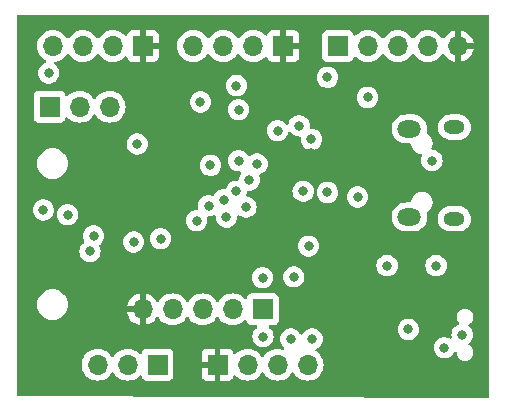
<source format=gbr>
%TF.GenerationSoftware,KiCad,Pcbnew,7.0.1-0*%
%TF.CreationDate,2023-10-24T00:04:38+02:00*%
%TF.ProjectId,SMT-32,534d542d-3332-42e6-9b69-6361645f7063,rev?*%
%TF.SameCoordinates,Original*%
%TF.FileFunction,Copper,L3,Inr*%
%TF.FilePolarity,Positive*%
%FSLAX46Y46*%
G04 Gerber Fmt 4.6, Leading zero omitted, Abs format (unit mm)*
G04 Created by KiCad (PCBNEW 7.0.1-0) date 2023-10-24 00:04:38*
%MOMM*%
%LPD*%
G01*
G04 APERTURE LIST*
%TA.AperFunction,ComponentPad*%
%ADD10O,1.700000X1.700000*%
%TD*%
%TA.AperFunction,ComponentPad*%
%ADD11R,1.700000X1.700000*%
%TD*%
%TA.AperFunction,ComponentPad*%
%ADD12O,1.800000X1.150000*%
%TD*%
%TA.AperFunction,ComponentPad*%
%ADD13O,2.000000X1.450000*%
%TD*%
%TA.AperFunction,ViaPad*%
%ADD14C,0.800000*%
%TD*%
%TA.AperFunction,ViaPad*%
%ADD15C,1.000000*%
%TD*%
G04 APERTURE END LIST*
D10*
%TO.N,/Pin 2*%
%TO.C,J8*%
X85852000Y-31242000D03*
%TO.N,/Pin 3*%
X83312000Y-31242000D03*
D11*
%TO.N,/Pin 4*%
X80772000Y-31242000D03*
%TD*%
%TO.N,/ADC_12*%
%TO.C,J5*%
X89916000Y-53086000D03*
D10*
%TO.N,/ADC_11*%
X87376000Y-53086000D03*
%TO.N,unconnected-(J5-Pin_3-Pad3)*%
X84836000Y-53086000D03*
%TD*%
D11*
%TO.N,GND*%
%TO.C,J7*%
X105180000Y-26100000D03*
D10*
%TO.N,/SPI_2_MOSI*%
X107720000Y-26100000D03*
%TO.N,/SPI_2_MISO*%
X110260000Y-26100000D03*
%TO.N,/SPI_2_SCK*%
X112800000Y-26100000D03*
%TO.N,+3.3V*%
X115340000Y-26100000D03*
%TD*%
D11*
%TO.N,GND*%
%TO.C,J6*%
X98820000Y-48400000D03*
D10*
%TO.N,/SPI_1_MOSI*%
X96280000Y-48400000D03*
%TO.N,/SPI_1_MISO*%
X93740000Y-48400000D03*
%TO.N,/SPI_1_SCK*%
X91200000Y-48400000D03*
%TO.N,+3.3V*%
X88660000Y-48400000D03*
%TD*%
D11*
%TO.N,+3.3V*%
%TO.C,J3*%
X88670000Y-26100000D03*
D10*
%TO.N,URAT_1_TX*%
X86130000Y-26100000D03*
%TO.N,URAT_1_RX*%
X83590000Y-26100000D03*
%TO.N,GND*%
X81050000Y-26100000D03*
%TD*%
D11*
%TO.N,+3.3V*%
%TO.C,J4*%
X94996000Y-53086000D03*
D10*
%TO.N,/I2C_SCL*%
X97536000Y-53086000D03*
%TO.N,/I2C_SDA*%
X100076000Y-53086000D03*
%TO.N,GND*%
X102616000Y-53086000D03*
%TD*%
D12*
%TO.N,unconnected-(J1-Shield-Pad6)*%
%TO.C,J1*%
X115050000Y-40725000D03*
D13*
X111250000Y-40575000D03*
X111250000Y-33125000D03*
D12*
X115050000Y-32975000D03*
%TD*%
D11*
%TO.N,+3.3V*%
%TO.C,J2*%
X100562000Y-26100000D03*
D10*
%TO.N,/SWDIO*%
X98022000Y-26100000D03*
%TO.N,/SWCLK*%
X95482000Y-26100000D03*
%TO.N,GND*%
X92942000Y-26100000D03*
%TD*%
D14*
%TO.N,GND*%
X102700000Y-43050000D03*
%TO.N,/I2C_SDA*%
X95750000Y-40600000D03*
%TO.N,+3.3V*%
X102950000Y-35200000D03*
X91500000Y-31500000D03*
%TO.N,GND*%
X93550000Y-30850000D03*
D15*
%TO.N,+3.3V*%
X113350000Y-47100000D03*
X94900000Y-50750000D03*
X114500000Y-28950000D03*
X116250000Y-28950000D03*
X102800000Y-25650000D03*
X90550000Y-25100000D03*
X90450000Y-27450000D03*
X102150000Y-28550000D03*
D14*
X108650000Y-49550000D03*
D15*
X110000000Y-52100000D03*
X107550000Y-52100000D03*
X106350000Y-53750000D03*
X111600000Y-53700000D03*
D14*
X106500000Y-34450000D03*
%TO.N,GND*%
X101450000Y-45650000D03*
%TO.N,/Pin 3*%
X97700000Y-37450000D03*
%TO.N,/Pin 4*%
X96600000Y-38400000D03*
%TO.N,/SW_Boot0*%
X101900000Y-32850000D03*
X115700000Y-50550000D03*
%TO.N,GND*%
X80250000Y-40000000D03*
X113150000Y-35800000D03*
X111150000Y-50100000D03*
X114200000Y-51650000D03*
X101200000Y-50900000D03*
X103000000Y-50900000D03*
X98850000Y-50700000D03*
X80700000Y-28400000D03*
X96600000Y-29450000D03*
X104300000Y-28750000D03*
X109350000Y-44700000D03*
%TO.N,+3.3V*%
X82500000Y-44900000D03*
%TO.N,/SPI_2_SCK*%
X106850000Y-38900000D03*
%TO.N,/SPI_2_MISO*%
X104300000Y-38500000D03*
X107700000Y-30450000D03*
%TO.N,/SPI_2_MOSI*%
X102250000Y-38400000D03*
%TO.N,/BOOT0*%
X100076000Y-33274000D03*
X96774000Y-35814000D03*
%TO.N,URAT_1_TX*%
X96774000Y-31496000D03*
%TO.N,GND*%
X94234000Y-39624000D03*
%TO.N,/NRST*%
X95504000Y-39116000D03*
%TO.N,GND*%
X90170000Y-42418000D03*
%TO.N,/NRST*%
X82296000Y-40386000D03*
%TO.N,/ADC_11*%
X93218000Y-40894000D03*
%TO.N,+3.3V*%
X86614000Y-35052000D03*
%TO.N,/I2C_SDA*%
X98806000Y-45720000D03*
%TO.N,GND*%
X102950000Y-34000000D03*
X88200000Y-34400000D03*
X98350000Y-36100000D03*
X97400000Y-39750000D03*
X94400000Y-36200000D03*
X87900000Y-42700000D03*
X84200000Y-43500000D03*
X84500000Y-42200000D03*
X113500000Y-44700000D03*
%TO.N,+3.3V*%
X114700000Y-42200000D03*
%TD*%
%TA.AperFunction,Conductor*%
%TO.N,+3.3V*%
G36*
X117937500Y-23467113D02*
G01*
X117982887Y-23512500D01*
X117999500Y-23574500D01*
X117999500Y-55819827D01*
X117982787Y-55882000D01*
X117937153Y-55927414D01*
X117874903Y-55943825D01*
X117272727Y-55940909D01*
X78123900Y-55751326D01*
X78062154Y-55734513D01*
X78017013Y-55689154D01*
X78000500Y-55627327D01*
X78000500Y-53086000D01*
X83480340Y-53086000D01*
X83500936Y-53321407D01*
X83545709Y-53488502D01*
X83562097Y-53549663D01*
X83661965Y-53763830D01*
X83797505Y-53957401D01*
X83964599Y-54124495D01*
X84158170Y-54260035D01*
X84372337Y-54359903D01*
X84600592Y-54421063D01*
X84836000Y-54441659D01*
X85071408Y-54421063D01*
X85299663Y-54359903D01*
X85513830Y-54260035D01*
X85707401Y-54124495D01*
X85874495Y-53957401D01*
X86004426Y-53771839D01*
X86048743Y-53732975D01*
X86106000Y-53718964D01*
X86163257Y-53732975D01*
X86207573Y-53771839D01*
X86337505Y-53957401D01*
X86504599Y-54124495D01*
X86698170Y-54260035D01*
X86912337Y-54359903D01*
X87140592Y-54421063D01*
X87376000Y-54441659D01*
X87611408Y-54421063D01*
X87839663Y-54359903D01*
X88053830Y-54260035D01*
X88247401Y-54124495D01*
X88369329Y-54002566D01*
X88422072Y-53971273D01*
X88483365Y-53969084D01*
X88538209Y-53996537D01*
X88573189Y-54046916D01*
X88622204Y-54178331D01*
X88708454Y-54293546D01*
X88823669Y-54379796D01*
X88958517Y-54430091D01*
X89018127Y-54436500D01*
X90813872Y-54436499D01*
X90873483Y-54430091D01*
X91008331Y-54379796D01*
X91123546Y-54293546D01*
X91209796Y-54178331D01*
X91260091Y-54043483D01*
X91266500Y-53983873D01*
X91266499Y-53336000D01*
X93646000Y-53336000D01*
X93646000Y-53983824D01*
X93652402Y-54043375D01*
X93702647Y-54178089D01*
X93788811Y-54293188D01*
X93903910Y-54379352D01*
X94038624Y-54429597D01*
X94098176Y-54436000D01*
X94746000Y-54436000D01*
X95246000Y-54436000D01*
X95893824Y-54436000D01*
X95953375Y-54429597D01*
X96088089Y-54379352D01*
X96203188Y-54293188D01*
X96289352Y-54178089D01*
X96338422Y-54046528D01*
X96373401Y-53996149D01*
X96428246Y-53968696D01*
X96489539Y-53970885D01*
X96542285Y-54002181D01*
X96664599Y-54124495D01*
X96858170Y-54260035D01*
X97072337Y-54359903D01*
X97300592Y-54421063D01*
X97536000Y-54441659D01*
X97771408Y-54421063D01*
X97999663Y-54359903D01*
X98213830Y-54260035D01*
X98407401Y-54124495D01*
X98574495Y-53957401D01*
X98704426Y-53771839D01*
X98748743Y-53732975D01*
X98806000Y-53718964D01*
X98863257Y-53732975D01*
X98907573Y-53771839D01*
X99037505Y-53957401D01*
X99204599Y-54124495D01*
X99398170Y-54260035D01*
X99612337Y-54359903D01*
X99840592Y-54421063D01*
X100076000Y-54441659D01*
X100311408Y-54421063D01*
X100539663Y-54359903D01*
X100753830Y-54260035D01*
X100947401Y-54124495D01*
X101114495Y-53957401D01*
X101244426Y-53771839D01*
X101288743Y-53732975D01*
X101346000Y-53718964D01*
X101403257Y-53732975D01*
X101447573Y-53771839D01*
X101577505Y-53957401D01*
X101744599Y-54124495D01*
X101938170Y-54260035D01*
X102152337Y-54359903D01*
X102380592Y-54421063D01*
X102616000Y-54441659D01*
X102851408Y-54421063D01*
X103079663Y-54359903D01*
X103293830Y-54260035D01*
X103487401Y-54124495D01*
X103654495Y-53957401D01*
X103790035Y-53763830D01*
X103889903Y-53549663D01*
X103951063Y-53321408D01*
X103971659Y-53086000D01*
X103951063Y-52850592D01*
X103889903Y-52622337D01*
X103790035Y-52408171D01*
X103654495Y-52214599D01*
X103487401Y-52047505D01*
X103336236Y-51941658D01*
X103294752Y-51891999D01*
X103283933Y-51828200D01*
X103306727Y-51767638D01*
X103356924Y-51726806D01*
X103452730Y-51684151D01*
X103452730Y-51684150D01*
X103452732Y-51684150D01*
X103499736Y-51650000D01*
X113294540Y-51650000D01*
X113314326Y-51838257D01*
X113372820Y-52018284D01*
X113467466Y-52182216D01*
X113594129Y-52322889D01*
X113747269Y-52434151D01*
X113920197Y-52511144D01*
X114105352Y-52550500D01*
X114105354Y-52550500D01*
X114294646Y-52550500D01*
X114294648Y-52550500D01*
X114418084Y-52524262D01*
X114479803Y-52511144D01*
X114652730Y-52434151D01*
X114805871Y-52322888D01*
X114932533Y-52182216D01*
X115010307Y-52047508D01*
X115018113Y-52033988D01*
X115063500Y-51988601D01*
X115125500Y-51971988D01*
X115187500Y-51988601D01*
X115232887Y-52033988D01*
X115249500Y-52095988D01*
X115249500Y-52135055D01*
X115290209Y-52300224D01*
X115346865Y-52408171D01*
X115369266Y-52450852D01*
X115482071Y-52578183D01*
X115622070Y-52674818D01*
X115781128Y-52735140D01*
X115907628Y-52750500D01*
X115992371Y-52750500D01*
X115992372Y-52750500D01*
X116118872Y-52735140D01*
X116277930Y-52674818D01*
X116417929Y-52578183D01*
X116530734Y-52450852D01*
X116609790Y-52300225D01*
X116650500Y-52135056D01*
X116650500Y-51964944D01*
X116609790Y-51799775D01*
X116530734Y-51649148D01*
X116417929Y-51521817D01*
X116293562Y-51435972D01*
X116254557Y-51392209D01*
X116240013Y-51335418D01*
X116253183Y-51278293D01*
X116291120Y-51233604D01*
X116305871Y-51222888D01*
X116432533Y-51082216D01*
X116527179Y-50918284D01*
X116585674Y-50738256D01*
X116605460Y-50550000D01*
X116585674Y-50361744D01*
X116541929Y-50227112D01*
X116527179Y-50181715D01*
X116432533Y-50017783D01*
X116305871Y-49877112D01*
X116291558Y-49866713D01*
X116291119Y-49866394D01*
X116253182Y-49821704D01*
X116240013Y-49764579D01*
X116254557Y-49707789D01*
X116293562Y-49664027D01*
X116417929Y-49578183D01*
X116530734Y-49450852D01*
X116609790Y-49300225D01*
X116650500Y-49135056D01*
X116650500Y-48964944D01*
X116609790Y-48799775D01*
X116530734Y-48649148D01*
X116417929Y-48521817D01*
X116417928Y-48521816D01*
X116417927Y-48521815D01*
X116277930Y-48425182D01*
X116118872Y-48364860D01*
X115992372Y-48349500D01*
X115907628Y-48349500D01*
X115844377Y-48357180D01*
X115781127Y-48364860D01*
X115622069Y-48425182D01*
X115482072Y-48521815D01*
X115369265Y-48649149D01*
X115290209Y-48799775D01*
X115274505Y-48863492D01*
X115249500Y-48964944D01*
X115249500Y-49135056D01*
X115249873Y-49136568D01*
X115290209Y-49300224D01*
X115298410Y-49315849D01*
X115362780Y-49438495D01*
X115369267Y-49450853D01*
X115422660Y-49511122D01*
X115449811Y-49561979D01*
X115451029Y-49619617D01*
X115426053Y-49671577D01*
X115380280Y-49706627D01*
X115247269Y-49765848D01*
X115094129Y-49877110D01*
X114967466Y-50017783D01*
X114872820Y-50181715D01*
X114814326Y-50361742D01*
X114794540Y-50550000D01*
X114813878Y-50733994D01*
X114803836Y-50797391D01*
X114763442Y-50847273D01*
X114703518Y-50870276D01*
X114640121Y-50860235D01*
X114611008Y-50847273D01*
X114479803Y-50788856D01*
X114479802Y-50788855D01*
X114479798Y-50788854D01*
X114294648Y-50749500D01*
X114294646Y-50749500D01*
X114105354Y-50749500D01*
X114105352Y-50749500D01*
X113920197Y-50788855D01*
X113747269Y-50865848D01*
X113594129Y-50977110D01*
X113467466Y-51117783D01*
X113372820Y-51281715D01*
X113314326Y-51461742D01*
X113294540Y-51650000D01*
X103499736Y-51650000D01*
X103605870Y-51572889D01*
X103732533Y-51432216D01*
X103827179Y-51268284D01*
X103841930Y-51222886D01*
X103885674Y-51088256D01*
X103905460Y-50900000D01*
X103885674Y-50711744D01*
X103833120Y-50550000D01*
X103827179Y-50531715D01*
X103732533Y-50367783D01*
X103605870Y-50227110D01*
X103452730Y-50115848D01*
X103417133Y-50099999D01*
X110244540Y-50099999D01*
X110264326Y-50288257D01*
X110322820Y-50468284D01*
X110417466Y-50632216D01*
X110544129Y-50772889D01*
X110697269Y-50884151D01*
X110870197Y-50961144D01*
X111055352Y-51000500D01*
X111055354Y-51000500D01*
X111244646Y-51000500D01*
X111244648Y-51000500D01*
X111368083Y-50974262D01*
X111429803Y-50961144D01*
X111602730Y-50884151D01*
X111652419Y-50848050D01*
X111755870Y-50772889D01*
X111882533Y-50632216D01*
X111977179Y-50468284D01*
X111977178Y-50468284D01*
X112035674Y-50288256D01*
X112055460Y-50100000D01*
X112035674Y-49911744D01*
X112001984Y-49808056D01*
X111977179Y-49731715D01*
X111882533Y-49567783D01*
X111755870Y-49427110D01*
X111602730Y-49315848D01*
X111429802Y-49238855D01*
X111244648Y-49199500D01*
X111244646Y-49199500D01*
X111055354Y-49199500D01*
X111055352Y-49199500D01*
X110870197Y-49238855D01*
X110697269Y-49315848D01*
X110544129Y-49427110D01*
X110417466Y-49567783D01*
X110322820Y-49731715D01*
X110264326Y-49911742D01*
X110244540Y-50099999D01*
X103417133Y-50099999D01*
X103279802Y-50038855D01*
X103094648Y-49999500D01*
X103094646Y-49999500D01*
X102905354Y-49999500D01*
X102905352Y-49999500D01*
X102720197Y-50038855D01*
X102547269Y-50115848D01*
X102394129Y-50227110D01*
X102267466Y-50367784D01*
X102207387Y-50471844D01*
X102162000Y-50517231D01*
X102100000Y-50533844D01*
X102038000Y-50517231D01*
X101992613Y-50471844D01*
X101932533Y-50367784D01*
X101805870Y-50227110D01*
X101652730Y-50115848D01*
X101479802Y-50038855D01*
X101294648Y-49999500D01*
X101294646Y-49999500D01*
X101105354Y-49999500D01*
X101105352Y-49999500D01*
X100920197Y-50038855D01*
X100747269Y-50115848D01*
X100594129Y-50227110D01*
X100467466Y-50367783D01*
X100372820Y-50531715D01*
X100314326Y-50711742D01*
X100294540Y-50900000D01*
X100314326Y-51088257D01*
X100372820Y-51268284D01*
X100467466Y-51432216D01*
X100594129Y-51572889D01*
X100606298Y-51581730D01*
X100648221Y-51635196D01*
X100655677Y-51702727D01*
X100626427Y-51764051D01*
X100569253Y-51800756D01*
X100501320Y-51801823D01*
X100311407Y-51750936D01*
X100076000Y-51730340D01*
X99840592Y-51750936D01*
X99612336Y-51812097D01*
X99398170Y-51911965D01*
X99204598Y-52047505D01*
X99037505Y-52214598D01*
X98907575Y-52400159D01*
X98863257Y-52439025D01*
X98806000Y-52453036D01*
X98748743Y-52439025D01*
X98704425Y-52400159D01*
X98574494Y-52214598D01*
X98407404Y-52047508D01*
X98407401Y-52047505D01*
X98213830Y-51911965D01*
X97999663Y-51812097D01*
X97927074Y-51792647D01*
X97771407Y-51750936D01*
X97536000Y-51730340D01*
X97300592Y-51750936D01*
X97072336Y-51812097D01*
X96858170Y-51911965D01*
X96664601Y-52047503D01*
X96542285Y-52169819D01*
X96489539Y-52201114D01*
X96428246Y-52203303D01*
X96373401Y-52175850D01*
X96338422Y-52125471D01*
X96289352Y-51993911D01*
X96203188Y-51878811D01*
X96088089Y-51792647D01*
X95953375Y-51742402D01*
X95893824Y-51736000D01*
X95246000Y-51736000D01*
X95246000Y-54436000D01*
X94746000Y-54436000D01*
X94746000Y-53336000D01*
X93646000Y-53336000D01*
X91266499Y-53336000D01*
X91266499Y-52836000D01*
X93646000Y-52836000D01*
X94746000Y-52836000D01*
X94746000Y-51736000D01*
X94098176Y-51736000D01*
X94038624Y-51742402D01*
X93903910Y-51792647D01*
X93788811Y-51878811D01*
X93702647Y-51993910D01*
X93652402Y-52128624D01*
X93646000Y-52188176D01*
X93646000Y-52836000D01*
X91266499Y-52836000D01*
X91266499Y-52188128D01*
X91260091Y-52128517D01*
X91209796Y-51993669D01*
X91123546Y-51878454D01*
X91008331Y-51792204D01*
X90873483Y-51741909D01*
X90813873Y-51735500D01*
X90813869Y-51735500D01*
X89018130Y-51735500D01*
X88958515Y-51741909D01*
X88823669Y-51792204D01*
X88708454Y-51878454D01*
X88622204Y-51993669D01*
X88573189Y-52125083D01*
X88538209Y-52175462D01*
X88483365Y-52202915D01*
X88422072Y-52200726D01*
X88369326Y-52169430D01*
X88247404Y-52047508D01*
X88247401Y-52047505D01*
X88053830Y-51911965D01*
X87839663Y-51812097D01*
X87767074Y-51792647D01*
X87611407Y-51750936D01*
X87376000Y-51730340D01*
X87140592Y-51750936D01*
X86912336Y-51812097D01*
X86698170Y-51911965D01*
X86504598Y-52047505D01*
X86337505Y-52214598D01*
X86207575Y-52400159D01*
X86163257Y-52439025D01*
X86106000Y-52453036D01*
X86048743Y-52439025D01*
X86004425Y-52400159D01*
X85874494Y-52214598D01*
X85707404Y-52047508D01*
X85707401Y-52047505D01*
X85513830Y-51911965D01*
X85299663Y-51812097D01*
X85227074Y-51792647D01*
X85071407Y-51750936D01*
X84836000Y-51730340D01*
X84600592Y-51750936D01*
X84372336Y-51812097D01*
X84158170Y-51911965D01*
X83964598Y-52047505D01*
X83797505Y-52214598D01*
X83661965Y-52408170D01*
X83562097Y-52622336D01*
X83500936Y-52850592D01*
X83480340Y-53086000D01*
X78000500Y-53086000D01*
X78000500Y-48005999D01*
X79720531Y-48005999D01*
X79740364Y-48232689D01*
X79799261Y-48452497D01*
X79895432Y-48658735D01*
X80025953Y-48845140D01*
X80186859Y-49006046D01*
X80373264Y-49136567D01*
X80373265Y-49136567D01*
X80373266Y-49136568D01*
X80579504Y-49232739D01*
X80799308Y-49291635D01*
X80870609Y-49297873D01*
X80969214Y-49306500D01*
X80969216Y-49306500D01*
X81082784Y-49306500D01*
X81082786Y-49306500D01*
X81154519Y-49300224D01*
X81252692Y-49291635D01*
X81472496Y-49232739D01*
X81678734Y-49136568D01*
X81865139Y-49006047D01*
X82026047Y-48845139D01*
X82156568Y-48658734D01*
X82160641Y-48650000D01*
X87329364Y-48650000D01*
X87386569Y-48863492D01*
X87486399Y-49077576D01*
X87621893Y-49271081D01*
X87788918Y-49438106D01*
X87982423Y-49573600D01*
X88196507Y-49673430D01*
X88409999Y-49730635D01*
X88410000Y-49730636D01*
X88410000Y-49730635D01*
X88910000Y-49730635D01*
X89123492Y-49673430D01*
X89337576Y-49573600D01*
X89531081Y-49438106D01*
X89698109Y-49271078D01*
X89828119Y-49085405D01*
X89872437Y-49046539D01*
X89929694Y-49032528D01*
X89986951Y-49046539D01*
X90031267Y-49085402D01*
X90161505Y-49271401D01*
X90328599Y-49438495D01*
X90522170Y-49574035D01*
X90736337Y-49673903D01*
X90964592Y-49735063D01*
X91200000Y-49755659D01*
X91435408Y-49735063D01*
X91663663Y-49673903D01*
X91877830Y-49574035D01*
X92071401Y-49438495D01*
X92238495Y-49271401D01*
X92368426Y-49085839D01*
X92412743Y-49046975D01*
X92470000Y-49032964D01*
X92527257Y-49046975D01*
X92571573Y-49085839D01*
X92701505Y-49271401D01*
X92868599Y-49438495D01*
X93062170Y-49574035D01*
X93276337Y-49673903D01*
X93504592Y-49735063D01*
X93740000Y-49755659D01*
X93975408Y-49735063D01*
X94203663Y-49673903D01*
X94417830Y-49574035D01*
X94611401Y-49438495D01*
X94778495Y-49271401D01*
X94908426Y-49085839D01*
X94952743Y-49046975D01*
X95010000Y-49032964D01*
X95067257Y-49046975D01*
X95111573Y-49085839D01*
X95241505Y-49271401D01*
X95408599Y-49438495D01*
X95602170Y-49574035D01*
X95816337Y-49673903D01*
X96044592Y-49735063D01*
X96280000Y-49755659D01*
X96515408Y-49735063D01*
X96743663Y-49673903D01*
X96957830Y-49574035D01*
X97151401Y-49438495D01*
X97273329Y-49316566D01*
X97326072Y-49285273D01*
X97387365Y-49283084D01*
X97442209Y-49310537D01*
X97477189Y-49360916D01*
X97526204Y-49492331D01*
X97612454Y-49607546D01*
X97727669Y-49693796D01*
X97862517Y-49744091D01*
X97922127Y-49750500D01*
X98243222Y-49750499D01*
X98302956Y-49765837D01*
X98347915Y-49808056D01*
X98366974Y-49866712D01*
X98355418Y-49927295D01*
X98316106Y-49974816D01*
X98244129Y-50027111D01*
X98117466Y-50167783D01*
X98022820Y-50331715D01*
X97964326Y-50511742D01*
X97944540Y-50699999D01*
X97964326Y-50888257D01*
X98022820Y-51068284D01*
X98117466Y-51232216D01*
X98244129Y-51372889D01*
X98397269Y-51484151D01*
X98570197Y-51561144D01*
X98755352Y-51600500D01*
X98755354Y-51600500D01*
X98944646Y-51600500D01*
X98944648Y-51600500D01*
X99074551Y-51572888D01*
X99129803Y-51561144D01*
X99302730Y-51484151D01*
X99333571Y-51461744D01*
X99455870Y-51372889D01*
X99582533Y-51232216D01*
X99677179Y-51068284D01*
X99699203Y-51000500D01*
X99735674Y-50888256D01*
X99755460Y-50700000D01*
X99735674Y-50511744D01*
X99677179Y-50331716D01*
X99677179Y-50331715D01*
X99582533Y-50167783D01*
X99455870Y-50027110D01*
X99383894Y-49974817D01*
X99344580Y-49927296D01*
X99333024Y-49866713D01*
X99352082Y-49808056D01*
X99397042Y-49765837D01*
X99456778Y-49750499D01*
X99717872Y-49750499D01*
X99777483Y-49744091D01*
X99912331Y-49693796D01*
X100027546Y-49607546D01*
X100113796Y-49492331D01*
X100164091Y-49357483D01*
X100170500Y-49297873D01*
X100170499Y-47502128D01*
X100164091Y-47442517D01*
X100113796Y-47307669D01*
X100027546Y-47192454D01*
X99912331Y-47106204D01*
X99777483Y-47055909D01*
X99717873Y-47049500D01*
X99717869Y-47049500D01*
X97922130Y-47049500D01*
X97862515Y-47055909D01*
X97727669Y-47106204D01*
X97612454Y-47192454D01*
X97526204Y-47307669D01*
X97477189Y-47439083D01*
X97442209Y-47489462D01*
X97387365Y-47516915D01*
X97326072Y-47514726D01*
X97273326Y-47483430D01*
X97151404Y-47361508D01*
X97151404Y-47361507D01*
X97151401Y-47361505D01*
X96957830Y-47225965D01*
X96743663Y-47126097D01*
X96682502Y-47109709D01*
X96515407Y-47064936D01*
X96280000Y-47044340D01*
X96044592Y-47064936D01*
X95816336Y-47126097D01*
X95602170Y-47225965D01*
X95408598Y-47361505D01*
X95241505Y-47528598D01*
X95111575Y-47714159D01*
X95067257Y-47753025D01*
X95010000Y-47767036D01*
X94952743Y-47753025D01*
X94908425Y-47714159D01*
X94778494Y-47528598D01*
X94611404Y-47361508D01*
X94611404Y-47361507D01*
X94611401Y-47361505D01*
X94417830Y-47225965D01*
X94203663Y-47126097D01*
X94142502Y-47109709D01*
X93975407Y-47064936D01*
X93740000Y-47044340D01*
X93504592Y-47064936D01*
X93276336Y-47126097D01*
X93062170Y-47225965D01*
X92868598Y-47361505D01*
X92701505Y-47528598D01*
X92571575Y-47714159D01*
X92527257Y-47753025D01*
X92470000Y-47767036D01*
X92412743Y-47753025D01*
X92368425Y-47714159D01*
X92238494Y-47528598D01*
X92071404Y-47361508D01*
X92071404Y-47361507D01*
X92071401Y-47361505D01*
X91877830Y-47225965D01*
X91663663Y-47126097D01*
X91602502Y-47109709D01*
X91435407Y-47064936D01*
X91200000Y-47044340D01*
X90964592Y-47064936D01*
X90736336Y-47126097D01*
X90522170Y-47225965D01*
X90328598Y-47361505D01*
X90161508Y-47528595D01*
X90031269Y-47714596D01*
X89986951Y-47753461D01*
X89929694Y-47767472D01*
X89872437Y-47753461D01*
X89828119Y-47714595D01*
X89698109Y-47528921D01*
X89531081Y-47361893D01*
X89337576Y-47226399D01*
X89123492Y-47126569D01*
X88910000Y-47069364D01*
X88910000Y-49730635D01*
X88410000Y-49730635D01*
X88410000Y-48650000D01*
X87329364Y-48650000D01*
X82160641Y-48650000D01*
X82252739Y-48452496D01*
X82311635Y-48232692D01*
X82318870Y-48150000D01*
X87329364Y-48150000D01*
X88410000Y-48150000D01*
X88410000Y-47069364D01*
X88409999Y-47069364D01*
X88196507Y-47126569D01*
X87982421Y-47226400D01*
X87788921Y-47361890D01*
X87621890Y-47528921D01*
X87486400Y-47722421D01*
X87386569Y-47936507D01*
X87329364Y-48149999D01*
X87329364Y-48150000D01*
X82318870Y-48150000D01*
X82331468Y-48006000D01*
X82311635Y-47779308D01*
X82252739Y-47559504D01*
X82156568Y-47353266D01*
X82067736Y-47226400D01*
X82026046Y-47166859D01*
X81865140Y-47005953D01*
X81678735Y-46875432D01*
X81472497Y-46779261D01*
X81252689Y-46720364D01*
X81082786Y-46705500D01*
X81082784Y-46705500D01*
X80969216Y-46705500D01*
X80969214Y-46705500D01*
X80799310Y-46720364D01*
X80579502Y-46779261D01*
X80373264Y-46875432D01*
X80186859Y-47005953D01*
X80025953Y-47166859D01*
X79895432Y-47353264D01*
X79799261Y-47559502D01*
X79740364Y-47779310D01*
X79720531Y-48005999D01*
X78000500Y-48005999D01*
X78000500Y-45720000D01*
X97900540Y-45720000D01*
X97920326Y-45908257D01*
X97978820Y-46088284D01*
X98073466Y-46252216D01*
X98200129Y-46392889D01*
X98353269Y-46504151D01*
X98526197Y-46581144D01*
X98711352Y-46620500D01*
X98711354Y-46620500D01*
X98900646Y-46620500D01*
X98900648Y-46620500D01*
X99024083Y-46594262D01*
X99085803Y-46581144D01*
X99258730Y-46504151D01*
X99411871Y-46392888D01*
X99538533Y-46252216D01*
X99633179Y-46088284D01*
X99691674Y-45908256D01*
X99711460Y-45720000D01*
X99704103Y-45649999D01*
X100544540Y-45649999D01*
X100564326Y-45838257D01*
X100622820Y-46018284D01*
X100717466Y-46182216D01*
X100844129Y-46322889D01*
X100997269Y-46434151D01*
X101170197Y-46511144D01*
X101355352Y-46550500D01*
X101355354Y-46550500D01*
X101544646Y-46550500D01*
X101544648Y-46550500D01*
X101668084Y-46524262D01*
X101729803Y-46511144D01*
X101902730Y-46434151D01*
X102055871Y-46322888D01*
X102182533Y-46182216D01*
X102277179Y-46018284D01*
X102335674Y-45838256D01*
X102355460Y-45650000D01*
X102335674Y-45461744D01*
X102277179Y-45281716D01*
X102277179Y-45281715D01*
X102182533Y-45117783D01*
X102055870Y-44977110D01*
X101902730Y-44865848D01*
X101729802Y-44788855D01*
X101544648Y-44749500D01*
X101544646Y-44749500D01*
X101355354Y-44749500D01*
X101355352Y-44749500D01*
X101170197Y-44788855D01*
X100997269Y-44865848D01*
X100844129Y-44977110D01*
X100717466Y-45117783D01*
X100622820Y-45281715D01*
X100564326Y-45461742D01*
X100544540Y-45649999D01*
X99704103Y-45649999D01*
X99691674Y-45531744D01*
X99633179Y-45351716D01*
X99633179Y-45351715D01*
X99538533Y-45187783D01*
X99411870Y-45047110D01*
X99258730Y-44935848D01*
X99085802Y-44858855D01*
X98900648Y-44819500D01*
X98900646Y-44819500D01*
X98711354Y-44819500D01*
X98711352Y-44819500D01*
X98526197Y-44858855D01*
X98353269Y-44935848D01*
X98200129Y-45047110D01*
X98073466Y-45187783D01*
X97978820Y-45351715D01*
X97920326Y-45531742D01*
X97900540Y-45720000D01*
X78000500Y-45720000D01*
X78000500Y-44700000D01*
X108444540Y-44700000D01*
X108464326Y-44888257D01*
X108522820Y-45068284D01*
X108617466Y-45232216D01*
X108744129Y-45372889D01*
X108897269Y-45484151D01*
X109070197Y-45561144D01*
X109255352Y-45600500D01*
X109255354Y-45600500D01*
X109444646Y-45600500D01*
X109444648Y-45600500D01*
X109568083Y-45574262D01*
X109629803Y-45561144D01*
X109802730Y-45484151D01*
X109833571Y-45461744D01*
X109955870Y-45372889D01*
X110082533Y-45232216D01*
X110177179Y-45068284D01*
X110184059Y-45047110D01*
X110235674Y-44888256D01*
X110255460Y-44700000D01*
X112594540Y-44700000D01*
X112614326Y-44888257D01*
X112672820Y-45068284D01*
X112767466Y-45232216D01*
X112894129Y-45372889D01*
X113047269Y-45484151D01*
X113220197Y-45561144D01*
X113405352Y-45600500D01*
X113405354Y-45600500D01*
X113594646Y-45600500D01*
X113594648Y-45600500D01*
X113718083Y-45574262D01*
X113779803Y-45561144D01*
X113952730Y-45484151D01*
X113983571Y-45461744D01*
X114105870Y-45372889D01*
X114232533Y-45232216D01*
X114327179Y-45068284D01*
X114334059Y-45047110D01*
X114385674Y-44888256D01*
X114405460Y-44700000D01*
X114385674Y-44511744D01*
X114327179Y-44331716D01*
X114327179Y-44331715D01*
X114232533Y-44167783D01*
X114105870Y-44027110D01*
X113952730Y-43915848D01*
X113779802Y-43838855D01*
X113594648Y-43799500D01*
X113594646Y-43799500D01*
X113405354Y-43799500D01*
X113405352Y-43799500D01*
X113220197Y-43838855D01*
X113047269Y-43915848D01*
X112894129Y-44027110D01*
X112767466Y-44167783D01*
X112672820Y-44331715D01*
X112614326Y-44511742D01*
X112594540Y-44700000D01*
X110255460Y-44700000D01*
X110235674Y-44511744D01*
X110177179Y-44331716D01*
X110177179Y-44331715D01*
X110082533Y-44167783D01*
X109955870Y-44027110D01*
X109802730Y-43915848D01*
X109629802Y-43838855D01*
X109444648Y-43799500D01*
X109444646Y-43799500D01*
X109255354Y-43799500D01*
X109255352Y-43799500D01*
X109070197Y-43838855D01*
X108897269Y-43915848D01*
X108744129Y-44027110D01*
X108617466Y-44167783D01*
X108522820Y-44331715D01*
X108464326Y-44511742D01*
X108444540Y-44700000D01*
X78000500Y-44700000D01*
X78000500Y-43500000D01*
X83294540Y-43500000D01*
X83314326Y-43688257D01*
X83372820Y-43868284D01*
X83467466Y-44032216D01*
X83594129Y-44172889D01*
X83747269Y-44284151D01*
X83920197Y-44361144D01*
X84105352Y-44400500D01*
X84105354Y-44400500D01*
X84294646Y-44400500D01*
X84294648Y-44400500D01*
X84418084Y-44374262D01*
X84479803Y-44361144D01*
X84652730Y-44284151D01*
X84805871Y-44172888D01*
X84932533Y-44032216D01*
X85027179Y-43868284D01*
X85085674Y-43688256D01*
X85105460Y-43500000D01*
X85085674Y-43311744D01*
X85027179Y-43131716D01*
X85000983Y-43086344D01*
X84984446Y-43028672D01*
X84996920Y-42969986D01*
X85035484Y-42924026D01*
X85105871Y-42872888D01*
X85232533Y-42732216D01*
X85251133Y-42699999D01*
X86994540Y-42699999D01*
X87014326Y-42888257D01*
X87072820Y-43068284D01*
X87167466Y-43232216D01*
X87294129Y-43372889D01*
X87447269Y-43484151D01*
X87620197Y-43561144D01*
X87805352Y-43600500D01*
X87805354Y-43600500D01*
X87994646Y-43600500D01*
X87994648Y-43600500D01*
X88118083Y-43574262D01*
X88179803Y-43561144D01*
X88352730Y-43484151D01*
X88505871Y-43372888D01*
X88632533Y-43232216D01*
X88727179Y-43068284D01*
X88785674Y-42888256D01*
X88805460Y-42700000D01*
X88785674Y-42511744D01*
X88755215Y-42418000D01*
X89264540Y-42418000D01*
X89284326Y-42606257D01*
X89342820Y-42786284D01*
X89437466Y-42950216D01*
X89564129Y-43090889D01*
X89717269Y-43202151D01*
X89890197Y-43279144D01*
X90075352Y-43318500D01*
X90075354Y-43318500D01*
X90264646Y-43318500D01*
X90264648Y-43318500D01*
X90388083Y-43292262D01*
X90449803Y-43279144D01*
X90622730Y-43202151D01*
X90775871Y-43090888D01*
X90812687Y-43050000D01*
X101794540Y-43050000D01*
X101803128Y-43131714D01*
X101814326Y-43238257D01*
X101872820Y-43418284D01*
X101967466Y-43582216D01*
X102094129Y-43722889D01*
X102247269Y-43834151D01*
X102420197Y-43911144D01*
X102605352Y-43950500D01*
X102605354Y-43950500D01*
X102794646Y-43950500D01*
X102794648Y-43950500D01*
X102918084Y-43924262D01*
X102979803Y-43911144D01*
X103152730Y-43834151D01*
X103305871Y-43722888D01*
X103432533Y-43582216D01*
X103527179Y-43418284D01*
X103585674Y-43238256D01*
X103605460Y-43050000D01*
X103585674Y-42861744D01*
X103527179Y-42681716D01*
X103527179Y-42681715D01*
X103432533Y-42517783D01*
X103305870Y-42377110D01*
X103152730Y-42265848D01*
X102979802Y-42188855D01*
X102794648Y-42149500D01*
X102794646Y-42149500D01*
X102605354Y-42149500D01*
X102605352Y-42149500D01*
X102420197Y-42188855D01*
X102247269Y-42265848D01*
X102094129Y-42377110D01*
X101967466Y-42517783D01*
X101872820Y-42681715D01*
X101814326Y-42861742D01*
X101794540Y-43049999D01*
X101794540Y-43050000D01*
X90812687Y-43050000D01*
X90902533Y-42950216D01*
X90997179Y-42786284D01*
X91055674Y-42606256D01*
X91075460Y-42418000D01*
X91055674Y-42229744D01*
X90997179Y-42049716D01*
X90997179Y-42049715D01*
X90902533Y-41885783D01*
X90775870Y-41745110D01*
X90622730Y-41633848D01*
X90449802Y-41556855D01*
X90264648Y-41517500D01*
X90264646Y-41517500D01*
X90075354Y-41517500D01*
X90075352Y-41517500D01*
X89890197Y-41556855D01*
X89717269Y-41633848D01*
X89564129Y-41745110D01*
X89437466Y-41885783D01*
X89342820Y-42049715D01*
X89284326Y-42229742D01*
X89264540Y-42418000D01*
X88755215Y-42418000D01*
X88727179Y-42331715D01*
X88632533Y-42167783D01*
X88505870Y-42027110D01*
X88352730Y-41915848D01*
X88179802Y-41838855D01*
X87994648Y-41799500D01*
X87994646Y-41799500D01*
X87805354Y-41799500D01*
X87805352Y-41799500D01*
X87620197Y-41838855D01*
X87447269Y-41915848D01*
X87294129Y-42027110D01*
X87167466Y-42167783D01*
X87072820Y-42331715D01*
X87014326Y-42511742D01*
X86994540Y-42699999D01*
X85251133Y-42699999D01*
X85327179Y-42568284D01*
X85385674Y-42388256D01*
X85405460Y-42200000D01*
X85385674Y-42011744D01*
X85327179Y-41831716D01*
X85327179Y-41831715D01*
X85232533Y-41667783D01*
X85105870Y-41527110D01*
X84952730Y-41415848D01*
X84779802Y-41338855D01*
X84594648Y-41299500D01*
X84594646Y-41299500D01*
X84405354Y-41299500D01*
X84405352Y-41299500D01*
X84220197Y-41338855D01*
X84047269Y-41415848D01*
X83894129Y-41527110D01*
X83767466Y-41667783D01*
X83672820Y-41831715D01*
X83614326Y-42011742D01*
X83594540Y-42200000D01*
X83614326Y-42388257D01*
X83672820Y-42568284D01*
X83699016Y-42613656D01*
X83715553Y-42671329D01*
X83703079Y-42730014D01*
X83664514Y-42775974D01*
X83594129Y-42827110D01*
X83467466Y-42967783D01*
X83372820Y-43131715D01*
X83314326Y-43311742D01*
X83294540Y-43500000D01*
X78000500Y-43500000D01*
X78000500Y-40000000D01*
X79344540Y-40000000D01*
X79364326Y-40188257D01*
X79422820Y-40368284D01*
X79517466Y-40532216D01*
X79644129Y-40672889D01*
X79797269Y-40784151D01*
X79970197Y-40861144D01*
X80155352Y-40900500D01*
X80155354Y-40900500D01*
X80344646Y-40900500D01*
X80344648Y-40900500D01*
X80468084Y-40874262D01*
X80529803Y-40861144D01*
X80702730Y-40784151D01*
X80763268Y-40740168D01*
X80855870Y-40672889D01*
X80982533Y-40532216D01*
X81066951Y-40386000D01*
X81390540Y-40386000D01*
X81410326Y-40574257D01*
X81468820Y-40754284D01*
X81563466Y-40918216D01*
X81690129Y-41058889D01*
X81843269Y-41170151D01*
X82016197Y-41247144D01*
X82201352Y-41286500D01*
X82201354Y-41286500D01*
X82390646Y-41286500D01*
X82390648Y-41286500D01*
X82514083Y-41260262D01*
X82575803Y-41247144D01*
X82748730Y-41170151D01*
X82869708Y-41082256D01*
X82901870Y-41058889D01*
X83028533Y-40918216D01*
X83042514Y-40894000D01*
X92312540Y-40894000D01*
X92332326Y-41082257D01*
X92390820Y-41262284D01*
X92485466Y-41426216D01*
X92612129Y-41566889D01*
X92765269Y-41678151D01*
X92938197Y-41755144D01*
X93123352Y-41794500D01*
X93123354Y-41794500D01*
X93312646Y-41794500D01*
X93312648Y-41794500D01*
X93469730Y-41761111D01*
X93497803Y-41755144D01*
X93670730Y-41678151D01*
X93823871Y-41566888D01*
X93950533Y-41426216D01*
X94045179Y-41262284D01*
X94103674Y-41082256D01*
X94123460Y-40894000D01*
X94103674Y-40705744D01*
X94097523Y-40686815D01*
X94092982Y-40629103D01*
X94115137Y-40575615D01*
X94159160Y-40538015D01*
X94215455Y-40524500D01*
X94328648Y-40524500D01*
X94452083Y-40498262D01*
X94513803Y-40485144D01*
X94677233Y-40412379D01*
X94740631Y-40402337D01*
X94800555Y-40425339D01*
X94840949Y-40475222D01*
X94850991Y-40538618D01*
X94847103Y-40575615D01*
X94844540Y-40600000D01*
X94849848Y-40650500D01*
X94864326Y-40788257D01*
X94922820Y-40968284D01*
X95017466Y-41132216D01*
X95144129Y-41272889D01*
X95297269Y-41384151D01*
X95470197Y-41461144D01*
X95655352Y-41500500D01*
X95655354Y-41500500D01*
X95844646Y-41500500D01*
X95844648Y-41500500D01*
X95968083Y-41474262D01*
X96029803Y-41461144D01*
X96202730Y-41384151D01*
X96260511Y-41342171D01*
X96355870Y-41272889D01*
X96482533Y-41132216D01*
X96577179Y-40968284D01*
X96601315Y-40894000D01*
X96635674Y-40788256D01*
X96655460Y-40600000D01*
X96652953Y-40576150D01*
X96660049Y-40519967D01*
X96691388Y-40472797D01*
X96740432Y-40444481D01*
X96796951Y-40440924D01*
X96849158Y-40462870D01*
X96947269Y-40534151D01*
X97120197Y-40611144D01*
X97305352Y-40650500D01*
X97305354Y-40650500D01*
X97494646Y-40650500D01*
X97494648Y-40650500D01*
X97590139Y-40630202D01*
X109745785Y-40630202D01*
X109775397Y-40848803D01*
X109809977Y-40955231D01*
X109843564Y-41058599D01*
X109948097Y-41252853D01*
X110052804Y-41384151D01*
X110085635Y-41425320D01*
X110251758Y-41570457D01*
X110441126Y-41683600D01*
X110647653Y-41761111D01*
X110864702Y-41800500D01*
X110864703Y-41800500D01*
X111580029Y-41800500D01*
X111580032Y-41800500D01*
X111744706Y-41785679D01*
X111957350Y-41726993D01*
X112156098Y-41631281D01*
X112334563Y-41501619D01*
X112487007Y-41342175D01*
X112608531Y-41158073D01*
X112666330Y-41022845D01*
X112695230Y-40955232D01*
X112716705Y-40861144D01*
X112744317Y-40740168D01*
X112747307Y-40673593D01*
X113645832Y-40673593D01*
X113655605Y-40878756D01*
X113704029Y-41078362D01*
X113705808Y-41082257D01*
X113789354Y-41265199D01*
X113895732Y-41414584D01*
X113908494Y-41432506D01*
X114057146Y-41574245D01*
X114149946Y-41633884D01*
X114227304Y-41683600D01*
X114229936Y-41685291D01*
X114420618Y-41761629D01*
X114622302Y-41800500D01*
X115426227Y-41800500D01*
X115426232Y-41800500D01*
X115579466Y-41785868D01*
X115776541Y-41728001D01*
X115959104Y-41633884D01*
X116120556Y-41506916D01*
X116255061Y-41351689D01*
X116357759Y-41173811D01*
X116424937Y-40979712D01*
X116454168Y-40776407D01*
X116444395Y-40571244D01*
X116395971Y-40371638D01*
X116310647Y-40184804D01*
X116310646Y-40184803D01*
X116310645Y-40184800D01*
X116202445Y-40032856D01*
X116191506Y-40017494D01*
X116042854Y-39875755D01*
X115950056Y-39816117D01*
X115870065Y-39764709D01*
X115741177Y-39713110D01*
X115679382Y-39688371D01*
X115679381Y-39688370D01*
X115679379Y-39688370D01*
X115477698Y-39649500D01*
X114673768Y-39649500D01*
X114577996Y-39658644D01*
X114520531Y-39664132D01*
X114323460Y-39721998D01*
X114140893Y-39816117D01*
X113979445Y-39943082D01*
X113844937Y-40098312D01*
X113742241Y-40276187D01*
X113675062Y-40470287D01*
X113652070Y-40630204D01*
X113645832Y-40673593D01*
X112747307Y-40673593D01*
X112754214Y-40519796D01*
X112724603Y-40301198D01*
X112713904Y-40268270D01*
X112708513Y-40216990D01*
X112724446Y-40167951D01*
X112758944Y-40129635D01*
X112785876Y-40110068D01*
X112796734Y-40103018D01*
X112832216Y-40082533D01*
X112862654Y-40055125D01*
X112872740Y-40046958D01*
X112905871Y-40022888D01*
X112933284Y-39992441D01*
X112942441Y-39983284D01*
X112972888Y-39955871D01*
X112996958Y-39922739D01*
X113005125Y-39912654D01*
X113032533Y-39882216D01*
X113053018Y-39846734D01*
X113060071Y-39835872D01*
X113084151Y-39802730D01*
X113100811Y-39765307D01*
X113106700Y-39753753D01*
X113108868Y-39749999D01*
X113127179Y-39718284D01*
X113139836Y-39679324D01*
X113144477Y-39667234D01*
X113161144Y-39629803D01*
X113169658Y-39589741D01*
X113173012Y-39577220D01*
X113185674Y-39538256D01*
X113189956Y-39497503D01*
X113191980Y-39484726D01*
X113200500Y-39444646D01*
X113200500Y-39403692D01*
X113201179Y-39390731D01*
X113205460Y-39350000D01*
X113201178Y-39309267D01*
X113200500Y-39296308D01*
X113200500Y-39255354D01*
X113192103Y-39215849D01*
X113191985Y-39215292D01*
X113189955Y-39202485D01*
X113185674Y-39161744D01*
X113173014Y-39122782D01*
X113169660Y-39110267D01*
X113161144Y-39070197D01*
X113144483Y-39032778D01*
X113139831Y-39020658D01*
X113127179Y-38981717D01*
X113127179Y-38981716D01*
X113106696Y-38946239D01*
X113100805Y-38934677D01*
X113084151Y-38897270D01*
X113060078Y-38864136D01*
X113053015Y-38853260D01*
X113050844Y-38849500D01*
X113032533Y-38817784D01*
X113032532Y-38817783D01*
X113032531Y-38817781D01*
X113005127Y-38787347D01*
X112996957Y-38777258D01*
X112993199Y-38772086D01*
X112972888Y-38744129D01*
X112942442Y-38716715D01*
X112933274Y-38707546D01*
X112905871Y-38677112D01*
X112872739Y-38653041D01*
X112862662Y-38644881D01*
X112832216Y-38617467D01*
X112832215Y-38617466D01*
X112796740Y-38596984D01*
X112785860Y-38589918D01*
X112752732Y-38565850D01*
X112752728Y-38565848D01*
X112715308Y-38549187D01*
X112703755Y-38543300D01*
X112668284Y-38522821D01*
X112629331Y-38510164D01*
X112617213Y-38505512D01*
X112579805Y-38488856D01*
X112558011Y-38484224D01*
X112539739Y-38480340D01*
X112527209Y-38476982D01*
X112488255Y-38464325D01*
X112447519Y-38460043D01*
X112434706Y-38458014D01*
X112394646Y-38449500D01*
X112205354Y-38449500D01*
X112205351Y-38449500D01*
X112165292Y-38458013D01*
X112152483Y-38460042D01*
X112111744Y-38464325D01*
X112072794Y-38476981D01*
X112060258Y-38480340D01*
X112020198Y-38488854D01*
X111982780Y-38505514D01*
X111970668Y-38510163D01*
X111931715Y-38522820D01*
X111896241Y-38543301D01*
X111884681Y-38549191D01*
X111847270Y-38565848D01*
X111814137Y-38589919D01*
X111803260Y-38596983D01*
X111767782Y-38617467D01*
X111737347Y-38644871D01*
X111727264Y-38653036D01*
X111694128Y-38677111D01*
X111666722Y-38707548D01*
X111657548Y-38716722D01*
X111627111Y-38744128D01*
X111603036Y-38777264D01*
X111594871Y-38787347D01*
X111567467Y-38817782D01*
X111546983Y-38853260D01*
X111539919Y-38864137D01*
X111515848Y-38897270D01*
X111499191Y-38934681D01*
X111493301Y-38946241D01*
X111472820Y-38981715D01*
X111460163Y-39020668D01*
X111455514Y-39032780D01*
X111438854Y-39070198D01*
X111430340Y-39110258D01*
X111426981Y-39122794D01*
X111414325Y-39161744D01*
X111410042Y-39202483D01*
X111408013Y-39215292D01*
X111400366Y-39251276D01*
X111376791Y-39301839D01*
X111333435Y-39336950D01*
X111279075Y-39349500D01*
X110919968Y-39349500D01*
X110849393Y-39355851D01*
X110755290Y-39364321D01*
X110542651Y-39423006D01*
X110343900Y-39518719D01*
X110165440Y-39648378D01*
X110012990Y-39807828D01*
X109891468Y-39991928D01*
X109804769Y-40194767D01*
X109755683Y-40409831D01*
X109745785Y-40630202D01*
X97590139Y-40630202D01*
X97618083Y-40624262D01*
X97679803Y-40611144D01*
X97852730Y-40534151D01*
X97940632Y-40470287D01*
X98005870Y-40422889D01*
X98132533Y-40282216D01*
X98227179Y-40118284D01*
X98238795Y-40082533D01*
X98285674Y-39938256D01*
X98305460Y-39750000D01*
X98285674Y-39561744D01*
X98243588Y-39432216D01*
X98227179Y-39381715D01*
X98132533Y-39217783D01*
X98005870Y-39077110D01*
X97852730Y-38965848D01*
X97679802Y-38888855D01*
X97541560Y-38859471D01*
X97481203Y-38827379D01*
X97447024Y-38768179D01*
X97449410Y-38699863D01*
X97485674Y-38588256D01*
X97498992Y-38461536D01*
X97519512Y-38405160D01*
X97525244Y-38399999D01*
X101344540Y-38399999D01*
X101364326Y-38588257D01*
X101422820Y-38768284D01*
X101517466Y-38932216D01*
X101644129Y-39072889D01*
X101797269Y-39184151D01*
X101970197Y-39261144D01*
X102155352Y-39300500D01*
X102155354Y-39300500D01*
X102344646Y-39300500D01*
X102344648Y-39300500D01*
X102468084Y-39274262D01*
X102529803Y-39261144D01*
X102702730Y-39184151D01*
X102733572Y-39161743D01*
X102855870Y-39072889D01*
X102891985Y-39032780D01*
X102982533Y-38932216D01*
X103077179Y-38768284D01*
X103135674Y-38588256D01*
X103144950Y-38500000D01*
X103394540Y-38500000D01*
X103414326Y-38688257D01*
X103472820Y-38868284D01*
X103567466Y-39032216D01*
X103694129Y-39172889D01*
X103847269Y-39284151D01*
X104020197Y-39361144D01*
X104205352Y-39400500D01*
X104205354Y-39400500D01*
X104394646Y-39400500D01*
X104394648Y-39400500D01*
X104564856Y-39364321D01*
X104579803Y-39361144D01*
X104752730Y-39284151D01*
X104846740Y-39215849D01*
X104905870Y-39172889D01*
X104936515Y-39138855D01*
X105032533Y-39032216D01*
X105108868Y-38899999D01*
X105944540Y-38899999D01*
X105964326Y-39088257D01*
X106022820Y-39268284D01*
X106117466Y-39432216D01*
X106244129Y-39572889D01*
X106397269Y-39684151D01*
X106570197Y-39761144D01*
X106755352Y-39800500D01*
X106755354Y-39800500D01*
X106944646Y-39800500D01*
X106944648Y-39800500D01*
X107110142Y-39765323D01*
X107129803Y-39761144D01*
X107302730Y-39684151D01*
X107350423Y-39649500D01*
X107455870Y-39572889D01*
X107582533Y-39432216D01*
X107677179Y-39268284D01*
X107682705Y-39251276D01*
X107735674Y-39088256D01*
X107755460Y-38900000D01*
X107735674Y-38711744D01*
X107697331Y-38593737D01*
X107677179Y-38531715D01*
X107582533Y-38367783D01*
X107455870Y-38227110D01*
X107302730Y-38115848D01*
X107129802Y-38038855D01*
X106944648Y-37999500D01*
X106944646Y-37999500D01*
X106755354Y-37999500D01*
X106755352Y-37999500D01*
X106570197Y-38038855D01*
X106397269Y-38115848D01*
X106244129Y-38227110D01*
X106117466Y-38367783D01*
X106022820Y-38531715D01*
X105964326Y-38711742D01*
X105944540Y-38899999D01*
X105108868Y-38899999D01*
X105127179Y-38868284D01*
X105185674Y-38688256D01*
X105205460Y-38500000D01*
X105185674Y-38311744D01*
X105143826Y-38182949D01*
X105127179Y-38131715D01*
X105032533Y-37967783D01*
X104905870Y-37827110D01*
X104752730Y-37715848D01*
X104579802Y-37638855D01*
X104394648Y-37599500D01*
X104394646Y-37599500D01*
X104205354Y-37599500D01*
X104205352Y-37599500D01*
X104020197Y-37638855D01*
X103847269Y-37715848D01*
X103694129Y-37827110D01*
X103567466Y-37967783D01*
X103472820Y-38131715D01*
X103414326Y-38311742D01*
X103394540Y-38500000D01*
X103144950Y-38500000D01*
X103155460Y-38400000D01*
X103135674Y-38211744D01*
X103077179Y-38031716D01*
X103077179Y-38031715D01*
X102982533Y-37867783D01*
X102855870Y-37727110D01*
X102702730Y-37615848D01*
X102529802Y-37538855D01*
X102344648Y-37499500D01*
X102344646Y-37499500D01*
X102155354Y-37499500D01*
X102155352Y-37499500D01*
X101970197Y-37538855D01*
X101797269Y-37615848D01*
X101644129Y-37727110D01*
X101517466Y-37867783D01*
X101422820Y-38031715D01*
X101364326Y-38211742D01*
X101344540Y-38399999D01*
X97525244Y-38399999D01*
X97564099Y-38365014D01*
X97622313Y-38350500D01*
X97794648Y-38350500D01*
X97918084Y-38324262D01*
X97979803Y-38311144D01*
X98152730Y-38234151D01*
X98183571Y-38211744D01*
X98305870Y-38122889D01*
X98432533Y-37982216D01*
X98527179Y-37818284D01*
X98527178Y-37818284D01*
X98585674Y-37638256D01*
X98605460Y-37450000D01*
X98585674Y-37261744D01*
X98539719Y-37120312D01*
X98537335Y-37051996D01*
X98571515Y-36992795D01*
X98618504Y-36967811D01*
X98617896Y-36966446D01*
X98802730Y-36884151D01*
X98955870Y-36772889D01*
X99082533Y-36632216D01*
X99177179Y-36468284D01*
X99177178Y-36468284D01*
X99235674Y-36288256D01*
X99255460Y-36100000D01*
X99235674Y-35911744D01*
X99177179Y-35731716D01*
X99177179Y-35731715D01*
X99082533Y-35567783D01*
X98955870Y-35427110D01*
X98802730Y-35315848D01*
X98629802Y-35238855D01*
X98444648Y-35199500D01*
X98444646Y-35199500D01*
X98255354Y-35199500D01*
X98255352Y-35199500D01*
X98070197Y-35238855D01*
X97897269Y-35315848D01*
X97747269Y-35424829D01*
X97683033Y-35448209D01*
X97616169Y-35433996D01*
X97566997Y-35386511D01*
X97506533Y-35281783D01*
X97379870Y-35141110D01*
X97226730Y-35029848D01*
X97053802Y-34952855D01*
X96868648Y-34913500D01*
X96868646Y-34913500D01*
X96679354Y-34913500D01*
X96679352Y-34913500D01*
X96494197Y-34952855D01*
X96321269Y-35029848D01*
X96168129Y-35141110D01*
X96041466Y-35281783D01*
X95946820Y-35445715D01*
X95888326Y-35625742D01*
X95868540Y-35813999D01*
X95888326Y-36002257D01*
X95946820Y-36182284D01*
X96041466Y-36346216D01*
X96168129Y-36486889D01*
X96321269Y-36598151D01*
X96494197Y-36675144D01*
X96679352Y-36714500D01*
X96871996Y-36714500D01*
X96927131Y-36727432D01*
X96970766Y-36763531D01*
X96993800Y-36815267D01*
X96991427Y-36871848D01*
X96972764Y-36905793D01*
X96973983Y-36906497D01*
X96872820Y-37081715D01*
X96814326Y-37261742D01*
X96801008Y-37388462D01*
X96780488Y-37444840D01*
X96735901Y-37484986D01*
X96677687Y-37499500D01*
X96505352Y-37499500D01*
X96320197Y-37538855D01*
X96147269Y-37615848D01*
X95994129Y-37727110D01*
X95867466Y-37867783D01*
X95772820Y-38031715D01*
X95740213Y-38132071D01*
X95708422Y-38182949D01*
X95656468Y-38212948D01*
X95611678Y-38214515D01*
X95611678Y-38215500D01*
X95409352Y-38215500D01*
X95224197Y-38254855D01*
X95051269Y-38331848D01*
X94898129Y-38443110D01*
X94771466Y-38583783D01*
X94692357Y-38720806D01*
X94650680Y-38763964D01*
X94593621Y-38782504D01*
X94534536Y-38772086D01*
X94513803Y-38762855D01*
X94328648Y-38723500D01*
X94328646Y-38723500D01*
X94139354Y-38723500D01*
X94139352Y-38723500D01*
X93954197Y-38762855D01*
X93781269Y-38839848D01*
X93628129Y-38951110D01*
X93501466Y-39091783D01*
X93406820Y-39255715D01*
X93348326Y-39435742D01*
X93342512Y-39491061D01*
X93328540Y-39624000D01*
X93348326Y-39812256D01*
X93354476Y-39831184D01*
X93359018Y-39888897D01*
X93336863Y-39942385D01*
X93292840Y-39979985D01*
X93236545Y-39993500D01*
X93123352Y-39993500D01*
X92938197Y-40032855D01*
X92765269Y-40109848D01*
X92612129Y-40221110D01*
X92485466Y-40361783D01*
X92390820Y-40525715D01*
X92332326Y-40705742D01*
X92312540Y-40894000D01*
X83042514Y-40894000D01*
X83123179Y-40754284D01*
X83149626Y-40672888D01*
X83181674Y-40574256D01*
X83201460Y-40386000D01*
X83181674Y-40197744D01*
X83149366Y-40098311D01*
X83123179Y-40017715D01*
X83028533Y-39853783D01*
X82901870Y-39713110D01*
X82748730Y-39601848D01*
X82575802Y-39524855D01*
X82390648Y-39485500D01*
X82390646Y-39485500D01*
X82201354Y-39485500D01*
X82201352Y-39485500D01*
X82016197Y-39524855D01*
X81843269Y-39601848D01*
X81690129Y-39713110D01*
X81563466Y-39853783D01*
X81468820Y-40017715D01*
X81410326Y-40197742D01*
X81390540Y-40386000D01*
X81066951Y-40386000D01*
X81077179Y-40368284D01*
X81079291Y-40361783D01*
X81135674Y-40188256D01*
X81155460Y-40000000D01*
X81135674Y-39811744D01*
X81103626Y-39713110D01*
X81077179Y-39631715D01*
X80982533Y-39467783D01*
X80855870Y-39327110D01*
X80702730Y-39215848D01*
X80529802Y-39138855D01*
X80344648Y-39099500D01*
X80344646Y-39099500D01*
X80155354Y-39099500D01*
X80155352Y-39099500D01*
X79970197Y-39138855D01*
X79797269Y-39215848D01*
X79644129Y-39327110D01*
X79517466Y-39467783D01*
X79422820Y-39631715D01*
X79364326Y-39811742D01*
X79344540Y-40000000D01*
X78000500Y-40000000D01*
X78000500Y-36068000D01*
X79720531Y-36068000D01*
X79740364Y-36294689D01*
X79799261Y-36514497D01*
X79895432Y-36720735D01*
X80025953Y-36907140D01*
X80186859Y-37068046D01*
X80373264Y-37198567D01*
X80373265Y-37198567D01*
X80373266Y-37198568D01*
X80579504Y-37294739D01*
X80799308Y-37353635D01*
X80884262Y-37361067D01*
X80969214Y-37368500D01*
X80969216Y-37368500D01*
X81082784Y-37368500D01*
X81082786Y-37368500D01*
X81150747Y-37362553D01*
X81252692Y-37353635D01*
X81472496Y-37294739D01*
X81678734Y-37198568D01*
X81865139Y-37068047D01*
X82026047Y-36907139D01*
X82156568Y-36720734D01*
X82252739Y-36514496D01*
X82311635Y-36294692D01*
X82319920Y-36199999D01*
X93494540Y-36199999D01*
X93514326Y-36388257D01*
X93572820Y-36568284D01*
X93667466Y-36732216D01*
X93794129Y-36872889D01*
X93947269Y-36984151D01*
X94120197Y-37061144D01*
X94305352Y-37100500D01*
X94305354Y-37100500D01*
X94494646Y-37100500D01*
X94494648Y-37100500D01*
X94618084Y-37074262D01*
X94679803Y-37061144D01*
X94852730Y-36984151D01*
X94958727Y-36907140D01*
X95005870Y-36872889D01*
X95132533Y-36732216D01*
X95227179Y-36568284D01*
X95231090Y-36556247D01*
X95285674Y-36388256D01*
X95305460Y-36200000D01*
X95285674Y-36011744D01*
X95253181Y-35911742D01*
X95227179Y-35831715D01*
X95132533Y-35667783D01*
X95005870Y-35527110D01*
X94852730Y-35415848D01*
X94679802Y-35338855D01*
X94494648Y-35299500D01*
X94494646Y-35299500D01*
X94305354Y-35299500D01*
X94305352Y-35299500D01*
X94120197Y-35338855D01*
X93947269Y-35415848D01*
X93794129Y-35527110D01*
X93667466Y-35667783D01*
X93572820Y-35831715D01*
X93514326Y-36011742D01*
X93494540Y-36199999D01*
X82319920Y-36199999D01*
X82331468Y-36068000D01*
X82311635Y-35841308D01*
X82252739Y-35621504D01*
X82156568Y-35415266D01*
X82128027Y-35374505D01*
X82026046Y-35228859D01*
X81865140Y-35067953D01*
X81678735Y-34937432D01*
X81472497Y-34841261D01*
X81252689Y-34782364D01*
X81082786Y-34767500D01*
X81082784Y-34767500D01*
X80969216Y-34767500D01*
X80969214Y-34767500D01*
X80799310Y-34782364D01*
X80579502Y-34841261D01*
X80373264Y-34937432D01*
X80186859Y-35067953D01*
X80025953Y-35228859D01*
X79895432Y-35415264D01*
X79799261Y-35621502D01*
X79740364Y-35841310D01*
X79720531Y-36068000D01*
X78000500Y-36068000D01*
X78000500Y-34400000D01*
X87294540Y-34400000D01*
X87314326Y-34588257D01*
X87372820Y-34768284D01*
X87467466Y-34932216D01*
X87594129Y-35072889D01*
X87747269Y-35184151D01*
X87920197Y-35261144D01*
X88105352Y-35300500D01*
X88105354Y-35300500D01*
X88294646Y-35300500D01*
X88294648Y-35300500D01*
X88418084Y-35274262D01*
X88479803Y-35261144D01*
X88652730Y-35184151D01*
X88690516Y-35156698D01*
X88805870Y-35072889D01*
X88810315Y-35067953D01*
X88932533Y-34932216D01*
X89027179Y-34768284D01*
X89085674Y-34588256D01*
X89105460Y-34400000D01*
X89085674Y-34211744D01*
X89039682Y-34070196D01*
X89027179Y-34031715D01*
X88932533Y-33867783D01*
X88805870Y-33727110D01*
X88652730Y-33615848D01*
X88479802Y-33538855D01*
X88294648Y-33499500D01*
X88294646Y-33499500D01*
X88105354Y-33499500D01*
X88105352Y-33499500D01*
X87920197Y-33538855D01*
X87747269Y-33615848D01*
X87594129Y-33727110D01*
X87467466Y-33867783D01*
X87372820Y-34031715D01*
X87314326Y-34211742D01*
X87294540Y-34400000D01*
X78000500Y-34400000D01*
X78000500Y-33274000D01*
X99170540Y-33274000D01*
X99190326Y-33462257D01*
X99248820Y-33642284D01*
X99343466Y-33806216D01*
X99470129Y-33946889D01*
X99623269Y-34058151D01*
X99796197Y-34135144D01*
X99981352Y-34174500D01*
X99981354Y-34174500D01*
X100170646Y-34174500D01*
X100170648Y-34174500D01*
X100294083Y-34148262D01*
X100355803Y-34135144D01*
X100528730Y-34058151D01*
X100592762Y-34011629D01*
X100681870Y-33946889D01*
X100808533Y-33806216D01*
X100903179Y-33642284D01*
X100939072Y-33531817D01*
X100961674Y-33462256D01*
X100961674Y-33462254D01*
X100965701Y-33449861D01*
X100966101Y-33449991D01*
X100980226Y-33409423D01*
X101020687Y-33369798D01*
X101074547Y-33352296D01*
X101130572Y-33360568D01*
X101177076Y-33392888D01*
X101294129Y-33522888D01*
X101316106Y-33538855D01*
X101447269Y-33634151D01*
X101620197Y-33711144D01*
X101805352Y-33750500D01*
X101933048Y-33750500D01*
X101998758Y-33769342D01*
X102044499Y-33820142D01*
X102056368Y-33887458D01*
X102047134Y-33975320D01*
X102044540Y-34000000D01*
X102064326Y-34188257D01*
X102122820Y-34368284D01*
X102217466Y-34532216D01*
X102344129Y-34672889D01*
X102497269Y-34784151D01*
X102670197Y-34861144D01*
X102855352Y-34900500D01*
X102855354Y-34900500D01*
X103044646Y-34900500D01*
X103044648Y-34900500D01*
X103168084Y-34874262D01*
X103229803Y-34861144D01*
X103402730Y-34784151D01*
X103547003Y-34679331D01*
X103555870Y-34672889D01*
X103682533Y-34532216D01*
X103777179Y-34368284D01*
X103796354Y-34309269D01*
X103835674Y-34188256D01*
X103855460Y-34000000D01*
X103835674Y-33811744D01*
X103782867Y-33649221D01*
X103777179Y-33631715D01*
X103682533Y-33467783D01*
X103555870Y-33327110D01*
X103402730Y-33215848D01*
X103322668Y-33180202D01*
X109745785Y-33180202D01*
X109775397Y-33398803D01*
X109841318Y-33601689D01*
X109843564Y-33608599D01*
X109948097Y-33802853D01*
X110053223Y-33934677D01*
X110085635Y-33975320D01*
X110251758Y-34120457D01*
X110441126Y-34233600D01*
X110647653Y-34311111D01*
X110864702Y-34350500D01*
X110864703Y-34350500D01*
X111279075Y-34350500D01*
X111333433Y-34363050D01*
X111376789Y-34398159D01*
X111400366Y-34448720D01*
X111408014Y-34484703D01*
X111410043Y-34497519D01*
X111414325Y-34538255D01*
X111426982Y-34577209D01*
X111430342Y-34589746D01*
X111438856Y-34629805D01*
X111455512Y-34667213D01*
X111460164Y-34679331D01*
X111472821Y-34718284D01*
X111493300Y-34753755D01*
X111499187Y-34765308D01*
X111506782Y-34782365D01*
X111515850Y-34802732D01*
X111539918Y-34835860D01*
X111546984Y-34846740D01*
X111567466Y-34882215D01*
X111594877Y-34912657D01*
X111603041Y-34922739D01*
X111627112Y-34955871D01*
X111657546Y-34983274D01*
X111666720Y-34992447D01*
X111694130Y-35022889D01*
X111727258Y-35046957D01*
X111737347Y-35055127D01*
X111767781Y-35082531D01*
X111767783Y-35082532D01*
X111767784Y-35082533D01*
X111803266Y-35103019D01*
X111814136Y-35110078D01*
X111847270Y-35134151D01*
X111884683Y-35150808D01*
X111896239Y-35156696D01*
X111931716Y-35177179D01*
X111970666Y-35189834D01*
X111982778Y-35194483D01*
X112020197Y-35211144D01*
X112060267Y-35219660D01*
X112072782Y-35223014D01*
X112111744Y-35235674D01*
X112152485Y-35239955D01*
X112165294Y-35241985D01*
X112205354Y-35250500D01*
X112212672Y-35250500D01*
X112274674Y-35267114D01*
X112320061Y-35312503D01*
X112336672Y-35374505D01*
X112324836Y-35418667D01*
X112326848Y-35419321D01*
X112264326Y-35611742D01*
X112244540Y-35800000D01*
X112264326Y-35988257D01*
X112322820Y-36168284D01*
X112417466Y-36332216D01*
X112544129Y-36472889D01*
X112697269Y-36584151D01*
X112870197Y-36661144D01*
X113055352Y-36700500D01*
X113055354Y-36700500D01*
X113244646Y-36700500D01*
X113244648Y-36700500D01*
X113368084Y-36674262D01*
X113429803Y-36661144D01*
X113602730Y-36584151D01*
X113698601Y-36514497D01*
X113755870Y-36472889D01*
X113882533Y-36332216D01*
X113977179Y-36168284D01*
X114028042Y-36011744D01*
X114035674Y-35988256D01*
X114055460Y-35800000D01*
X114035674Y-35611744D01*
X113977179Y-35431716D01*
X113977179Y-35431715D01*
X113882533Y-35267783D01*
X113755870Y-35127110D01*
X113602730Y-35015848D01*
X113429802Y-34938855D01*
X113244648Y-34899500D01*
X113244646Y-34899500D01*
X113237328Y-34899500D01*
X113175326Y-34882886D01*
X113129939Y-34837497D01*
X113113328Y-34775495D01*
X113125162Y-34731336D01*
X113123151Y-34730683D01*
X113139834Y-34679332D01*
X113139835Y-34679331D01*
X113139836Y-34679324D01*
X113144477Y-34667234D01*
X113161144Y-34629803D01*
X113169658Y-34589741D01*
X113173016Y-34577209D01*
X113185674Y-34538256D01*
X113189956Y-34497503D01*
X113191980Y-34484726D01*
X113200500Y-34444646D01*
X113200500Y-34403692D01*
X113201179Y-34390731D01*
X113204088Y-34363050D01*
X113205460Y-34350000D01*
X113201178Y-34309267D01*
X113200500Y-34296308D01*
X113200500Y-34255354D01*
X113191986Y-34215300D01*
X113189955Y-34202480D01*
X113188460Y-34188256D01*
X113185674Y-34161744D01*
X113173014Y-34122782D01*
X113169660Y-34110267D01*
X113161144Y-34070197D01*
X113144483Y-34032778D01*
X113139831Y-34020658D01*
X113136897Y-34011629D01*
X113127179Y-33981716D01*
X113106696Y-33946239D01*
X113100805Y-33934677D01*
X113084151Y-33897270D01*
X113060078Y-33864136D01*
X113053015Y-33853260D01*
X113032531Y-33817781D01*
X113005127Y-33787347D01*
X112996957Y-33777258D01*
X112972889Y-33744130D01*
X112953989Y-33727112D01*
X112942442Y-33716715D01*
X112933274Y-33707546D01*
X112905871Y-33677112D01*
X112872739Y-33653041D01*
X112862662Y-33644881D01*
X112832216Y-33617467D01*
X112832215Y-33617466D01*
X112796740Y-33596984D01*
X112785861Y-33589918D01*
X112757763Y-33569505D01*
X112725162Y-33534372D01*
X112708320Y-33489499D01*
X112709753Y-33441598D01*
X112744317Y-33290168D01*
X112754214Y-33069796D01*
X112734410Y-32923593D01*
X113645832Y-32923593D01*
X113655605Y-33128756D01*
X113704029Y-33328362D01*
X113718737Y-33360568D01*
X113789354Y-33515199D01*
X113879852Y-33642284D01*
X113908494Y-33682506D01*
X114057146Y-33824245D01*
X114176807Y-33901147D01*
X114228980Y-33934677D01*
X114229936Y-33935291D01*
X114420618Y-34011629D01*
X114622302Y-34050500D01*
X115426227Y-34050500D01*
X115426232Y-34050500D01*
X115579466Y-34035868D01*
X115776541Y-33978001D01*
X115959104Y-33883884D01*
X116120556Y-33756916D01*
X116255061Y-33601689D01*
X116357759Y-33423811D01*
X116424937Y-33229712D01*
X116454168Y-33026407D01*
X116444395Y-32821244D01*
X116395971Y-32621638D01*
X116310647Y-32434804D01*
X116310646Y-32434803D01*
X116310645Y-32434800D01*
X116191507Y-32267496D01*
X116191506Y-32267494D01*
X116042854Y-32125755D01*
X115950056Y-32066117D01*
X115870065Y-32014709D01*
X115743121Y-31963888D01*
X115679382Y-31938371D01*
X115679381Y-31938370D01*
X115679379Y-31938370D01*
X115477698Y-31899500D01*
X114673768Y-31899500D01*
X114577996Y-31908645D01*
X114520531Y-31914132D01*
X114323460Y-31971998D01*
X114140893Y-32066117D01*
X113979445Y-32193082D01*
X113844937Y-32348312D01*
X113742241Y-32526187D01*
X113675062Y-32720287D01*
X113648402Y-32905715D01*
X113645832Y-32923593D01*
X112734410Y-32923593D01*
X112724603Y-32851198D01*
X112656436Y-32641401D01*
X112551903Y-32447147D01*
X112414365Y-32274680D01*
X112332225Y-32202917D01*
X112248241Y-32129542D01*
X112058873Y-32016399D01*
X111852346Y-31938888D01*
X111635298Y-31899500D01*
X111635297Y-31899500D01*
X110919968Y-31899500D01*
X110849393Y-31905851D01*
X110755290Y-31914321D01*
X110542651Y-31973006D01*
X110343900Y-32068719D01*
X110165440Y-32198378D01*
X110165437Y-32198380D01*
X110165437Y-32198381D01*
X110161100Y-32202917D01*
X110012990Y-32357828D01*
X109891468Y-32541928D01*
X109804769Y-32744767D01*
X109755683Y-32959831D01*
X109745785Y-33180202D01*
X103322668Y-33180202D01*
X103229802Y-33138855D01*
X103044648Y-33099500D01*
X103044646Y-33099500D01*
X102916953Y-33099500D01*
X102851243Y-33080658D01*
X102805503Y-33029858D01*
X102793632Y-32962539D01*
X102799604Y-32905715D01*
X102805460Y-32850000D01*
X102785674Y-32661744D01*
X102744751Y-32535796D01*
X102727179Y-32481715D01*
X102632533Y-32317783D01*
X102505870Y-32177110D01*
X102352730Y-32065848D01*
X102179802Y-31988855D01*
X101994648Y-31949500D01*
X101994646Y-31949500D01*
X101805354Y-31949500D01*
X101805352Y-31949500D01*
X101620197Y-31988855D01*
X101447269Y-32065848D01*
X101294129Y-32177110D01*
X101167466Y-32317783D01*
X101072820Y-32481715D01*
X101010299Y-32674139D01*
X101009898Y-32674008D01*
X100995768Y-32714583D01*
X100955306Y-32754204D01*
X100901448Y-32771703D01*
X100845425Y-32763430D01*
X100798923Y-32731111D01*
X100736464Y-32661744D01*
X100681871Y-32601112D01*
X100681869Y-32601111D01*
X100681867Y-32601108D01*
X100528730Y-32489848D01*
X100355802Y-32412855D01*
X100170648Y-32373500D01*
X100170646Y-32373500D01*
X99981354Y-32373500D01*
X99981352Y-32373500D01*
X99796197Y-32412855D01*
X99623269Y-32489848D01*
X99470129Y-32601110D01*
X99343466Y-32741783D01*
X99248820Y-32905715D01*
X99190326Y-33085742D01*
X99170540Y-33274000D01*
X78000500Y-33274000D01*
X78000500Y-32139869D01*
X79421500Y-32139869D01*
X79427909Y-32199484D01*
X79453056Y-32266906D01*
X79478204Y-32334331D01*
X79564454Y-32449546D01*
X79679669Y-32535796D01*
X79814517Y-32586091D01*
X79874127Y-32592500D01*
X81669872Y-32592499D01*
X81729483Y-32586091D01*
X81864331Y-32535796D01*
X81979546Y-32449546D01*
X82065796Y-32334331D01*
X82114810Y-32202916D01*
X82149789Y-32152537D01*
X82204634Y-32125084D01*
X82265927Y-32127273D01*
X82318673Y-32158569D01*
X82440599Y-32280495D01*
X82634170Y-32416035D01*
X82848337Y-32515903D01*
X83076592Y-32577063D01*
X83312000Y-32597659D01*
X83547408Y-32577063D01*
X83775663Y-32515903D01*
X83989830Y-32416035D01*
X84183401Y-32280495D01*
X84350495Y-32113401D01*
X84480426Y-31927839D01*
X84524743Y-31888975D01*
X84582000Y-31874964D01*
X84639257Y-31888975D01*
X84683573Y-31927839D01*
X84813505Y-32113401D01*
X84980599Y-32280495D01*
X85174170Y-32416035D01*
X85388337Y-32515903D01*
X85616592Y-32577063D01*
X85852000Y-32597659D01*
X86087408Y-32577063D01*
X86315663Y-32515903D01*
X86529830Y-32416035D01*
X86723401Y-32280495D01*
X86890495Y-32113401D01*
X87026035Y-31919830D01*
X87125903Y-31705663D01*
X87187063Y-31477408D01*
X87207659Y-31242000D01*
X87187063Y-31006592D01*
X87145105Y-30850000D01*
X92644540Y-30850000D01*
X92664326Y-31038257D01*
X92722820Y-31218284D01*
X92817466Y-31382216D01*
X92944129Y-31522889D01*
X93097269Y-31634151D01*
X93270197Y-31711144D01*
X93455352Y-31750500D01*
X93455354Y-31750500D01*
X93644646Y-31750500D01*
X93644648Y-31750500D01*
X93768083Y-31724262D01*
X93829803Y-31711144D01*
X94002730Y-31634151D01*
X94155871Y-31522888D01*
X94180082Y-31495999D01*
X95868540Y-31495999D01*
X95888326Y-31684257D01*
X95946820Y-31864284D01*
X96041466Y-32028216D01*
X96168129Y-32168889D01*
X96321269Y-32280151D01*
X96494197Y-32357144D01*
X96679352Y-32396500D01*
X96679354Y-32396500D01*
X96868646Y-32396500D01*
X96868648Y-32396500D01*
X96992083Y-32370262D01*
X97053803Y-32357144D01*
X97226730Y-32280151D01*
X97337759Y-32199484D01*
X97379870Y-32168889D01*
X97394594Y-32152537D01*
X97506533Y-32028216D01*
X97601179Y-31864284D01*
X97659674Y-31684256D01*
X97679460Y-31496000D01*
X97659674Y-31307744D01*
X97601179Y-31127716D01*
X97601179Y-31127715D01*
X97506533Y-30963783D01*
X97379870Y-30823110D01*
X97226730Y-30711848D01*
X97053802Y-30634855D01*
X96868648Y-30595500D01*
X96868646Y-30595500D01*
X96721793Y-30595500D01*
X96693199Y-30588370D01*
X96677988Y-30595790D01*
X96494197Y-30634855D01*
X96321269Y-30711848D01*
X96168129Y-30823110D01*
X96041466Y-30963783D01*
X95946820Y-31127715D01*
X95888326Y-31307742D01*
X95868540Y-31495999D01*
X94180082Y-31495999D01*
X94282533Y-31382216D01*
X94377179Y-31218284D01*
X94435674Y-31038256D01*
X94455460Y-30850000D01*
X94435674Y-30661744D01*
X94377179Y-30481716D01*
X94377179Y-30481715D01*
X94358868Y-30449999D01*
X106794540Y-30449999D01*
X106814326Y-30638257D01*
X106872820Y-30818284D01*
X106967466Y-30982216D01*
X107094129Y-31122889D01*
X107247269Y-31234151D01*
X107420197Y-31311144D01*
X107605352Y-31350500D01*
X107605354Y-31350500D01*
X107794646Y-31350500D01*
X107794648Y-31350500D01*
X107918084Y-31324262D01*
X107979803Y-31311144D01*
X108152730Y-31234151D01*
X108299226Y-31127716D01*
X108305870Y-31122889D01*
X108432533Y-30982216D01*
X108527179Y-30818284D01*
X108527178Y-30818284D01*
X108585674Y-30638256D01*
X108605460Y-30450000D01*
X108585674Y-30261744D01*
X108527179Y-30081716D01*
X108527179Y-30081715D01*
X108432533Y-29917783D01*
X108305870Y-29777110D01*
X108152730Y-29665848D01*
X107979802Y-29588855D01*
X107794648Y-29549500D01*
X107794646Y-29549500D01*
X107605354Y-29549500D01*
X107605352Y-29549500D01*
X107420197Y-29588855D01*
X107247269Y-29665848D01*
X107094129Y-29777110D01*
X106967466Y-29917783D01*
X106872820Y-30081715D01*
X106814326Y-30261742D01*
X106794540Y-30449999D01*
X94358868Y-30449999D01*
X94282533Y-30317783D01*
X94155870Y-30177110D01*
X94002730Y-30065848D01*
X93829802Y-29988855D01*
X93644648Y-29949500D01*
X93644646Y-29949500D01*
X93455354Y-29949500D01*
X93455352Y-29949500D01*
X93270197Y-29988855D01*
X93097269Y-30065848D01*
X92944129Y-30177110D01*
X92817466Y-30317783D01*
X92722820Y-30481715D01*
X92664326Y-30661742D01*
X92644540Y-30850000D01*
X87145105Y-30850000D01*
X87125903Y-30778337D01*
X87026035Y-30564171D01*
X86890495Y-30370599D01*
X86723401Y-30203505D01*
X86529830Y-30067965D01*
X86315663Y-29968097D01*
X86246257Y-29949500D01*
X86087407Y-29906936D01*
X85852000Y-29886340D01*
X85616592Y-29906936D01*
X85388336Y-29968097D01*
X85174170Y-30067965D01*
X84980598Y-30203505D01*
X84813505Y-30370598D01*
X84683575Y-30556159D01*
X84639257Y-30595025D01*
X84582000Y-30609036D01*
X84524743Y-30595025D01*
X84480425Y-30556159D01*
X84350494Y-30370598D01*
X84183404Y-30203508D01*
X84183401Y-30203505D01*
X83989830Y-30067965D01*
X83775663Y-29968097D01*
X83706257Y-29949500D01*
X83547407Y-29906936D01*
X83312000Y-29886340D01*
X83076592Y-29906936D01*
X82848336Y-29968097D01*
X82634170Y-30067965D01*
X82440601Y-30203503D01*
X82318673Y-30325431D01*
X82265926Y-30356726D01*
X82204634Y-30358915D01*
X82149789Y-30331462D01*
X82114810Y-30281082D01*
X82107596Y-30261742D01*
X82065796Y-30149669D01*
X81979546Y-30034454D01*
X81864331Y-29948204D01*
X81729483Y-29897909D01*
X81669873Y-29891500D01*
X81669869Y-29891500D01*
X79874130Y-29891500D01*
X79814515Y-29897909D01*
X79679669Y-29948204D01*
X79564454Y-30034454D01*
X79478204Y-30149668D01*
X79436402Y-30261744D01*
X79427909Y-30284517D01*
X79424333Y-30317783D01*
X79421500Y-30344130D01*
X79421500Y-32139869D01*
X78000500Y-32139869D01*
X78000500Y-29449999D01*
X95694540Y-29449999D01*
X95714326Y-29638257D01*
X95772820Y-29818284D01*
X95867466Y-29982216D01*
X95994129Y-30122889D01*
X96147269Y-30234151D01*
X96320197Y-30311144D01*
X96505352Y-30350500D01*
X96652207Y-30350500D01*
X96680800Y-30357629D01*
X96696012Y-30350210D01*
X96812587Y-30325431D01*
X96879803Y-30311144D01*
X97052730Y-30234151D01*
X97169010Y-30149669D01*
X97205870Y-30122889D01*
X97242943Y-30081716D01*
X97332533Y-29982216D01*
X97427179Y-29818284D01*
X97485674Y-29638256D01*
X97505460Y-29450000D01*
X97485674Y-29261744D01*
X97427179Y-29081716D01*
X97427179Y-29081715D01*
X97332533Y-28917783D01*
X97205870Y-28777110D01*
X97168556Y-28750000D01*
X103394540Y-28750000D01*
X103414326Y-28938257D01*
X103472820Y-29118284D01*
X103567466Y-29282216D01*
X103694129Y-29422889D01*
X103847269Y-29534151D01*
X104020197Y-29611144D01*
X104205352Y-29650500D01*
X104205354Y-29650500D01*
X104394646Y-29650500D01*
X104394648Y-29650500D01*
X104518083Y-29624262D01*
X104579803Y-29611144D01*
X104752730Y-29534151D01*
X104752729Y-29534151D01*
X104905870Y-29422889D01*
X105032533Y-29282216D01*
X105127179Y-29118284D01*
X105141929Y-29072888D01*
X105185674Y-28938256D01*
X105205460Y-28750000D01*
X105185674Y-28561744D01*
X105127179Y-28381716D01*
X105127179Y-28381715D01*
X105032533Y-28217783D01*
X104905870Y-28077110D01*
X104752730Y-27965848D01*
X104579802Y-27888855D01*
X104394648Y-27849500D01*
X104394646Y-27849500D01*
X104205354Y-27849500D01*
X104205352Y-27849500D01*
X104020197Y-27888855D01*
X103847269Y-27965848D01*
X103694129Y-28077110D01*
X103567466Y-28217783D01*
X103472820Y-28381715D01*
X103414326Y-28561742D01*
X103394540Y-28750000D01*
X97168556Y-28750000D01*
X97052730Y-28665848D01*
X96879802Y-28588855D01*
X96694648Y-28549500D01*
X96694646Y-28549500D01*
X96505354Y-28549500D01*
X96505352Y-28549500D01*
X96320197Y-28588855D01*
X96147269Y-28665848D01*
X95994129Y-28777110D01*
X95867466Y-28917783D01*
X95772820Y-29081715D01*
X95714326Y-29261742D01*
X95694540Y-29449999D01*
X78000500Y-29449999D01*
X78000500Y-26099999D01*
X79694340Y-26099999D01*
X79714936Y-26335407D01*
X79759709Y-26502501D01*
X79776097Y-26563663D01*
X79875965Y-26777830D01*
X80011505Y-26971401D01*
X80178599Y-27138495D01*
X80372170Y-27274035D01*
X80441425Y-27306329D01*
X80488826Y-27345124D01*
X80511873Y-27401875D01*
X80504943Y-27462734D01*
X80469728Y-27512852D01*
X80431337Y-27531831D01*
X80432104Y-27533554D01*
X80247269Y-27615848D01*
X80094129Y-27727110D01*
X79967466Y-27867783D01*
X79872820Y-28031715D01*
X79814326Y-28211742D01*
X79794540Y-28400000D01*
X79814326Y-28588257D01*
X79872820Y-28768284D01*
X79967466Y-28932216D01*
X80094129Y-29072889D01*
X80247269Y-29184151D01*
X80420197Y-29261144D01*
X80605352Y-29300500D01*
X80605354Y-29300500D01*
X80794646Y-29300500D01*
X80794648Y-29300500D01*
X80918083Y-29274262D01*
X80979803Y-29261144D01*
X81152730Y-29184151D01*
X81243389Y-29118284D01*
X81305870Y-29072889D01*
X81432533Y-28932216D01*
X81527179Y-28768284D01*
X81560462Y-28665849D01*
X81585674Y-28588256D01*
X81605460Y-28400000D01*
X81585674Y-28211744D01*
X81541929Y-28077112D01*
X81527179Y-28031715D01*
X81432533Y-27867783D01*
X81305872Y-27727112D01*
X81213216Y-27659794D01*
X81174842Y-27614222D01*
X81162150Y-27556013D01*
X81178072Y-27498603D01*
X81218932Y-27455245D01*
X81275297Y-27435948D01*
X81283522Y-27435227D01*
X81285408Y-27435063D01*
X81513663Y-27373903D01*
X81727830Y-27274035D01*
X81921401Y-27138495D01*
X82088495Y-26971401D01*
X82218426Y-26785839D01*
X82262743Y-26746975D01*
X82320000Y-26732964D01*
X82377257Y-26746975D01*
X82421573Y-26785839D01*
X82551505Y-26971401D01*
X82718599Y-27138495D01*
X82912170Y-27274035D01*
X83126337Y-27373903D01*
X83354592Y-27435063D01*
X83590000Y-27455659D01*
X83825408Y-27435063D01*
X84053663Y-27373903D01*
X84267830Y-27274035D01*
X84461401Y-27138495D01*
X84628495Y-26971401D01*
X84758426Y-26785839D01*
X84802743Y-26746975D01*
X84860000Y-26732964D01*
X84917257Y-26746975D01*
X84961573Y-26785839D01*
X85091505Y-26971401D01*
X85258599Y-27138495D01*
X85452170Y-27274035D01*
X85666337Y-27373903D01*
X85894592Y-27435063D01*
X86130000Y-27455659D01*
X86365408Y-27435063D01*
X86593663Y-27373903D01*
X86807830Y-27274035D01*
X87001401Y-27138495D01*
X87123717Y-27016178D01*
X87176460Y-26984885D01*
X87237752Y-26982696D01*
X87292597Y-27010149D01*
X87327577Y-27060528D01*
X87376647Y-27192088D01*
X87462811Y-27307188D01*
X87577910Y-27393352D01*
X87712624Y-27443597D01*
X87772176Y-27450000D01*
X88420000Y-27450000D01*
X88420000Y-26350000D01*
X88920000Y-26350000D01*
X88920000Y-27450000D01*
X89567824Y-27450000D01*
X89627375Y-27443597D01*
X89762089Y-27393352D01*
X89877188Y-27307188D01*
X89963352Y-27192089D01*
X90013597Y-27057375D01*
X90020000Y-26997824D01*
X90020000Y-26350000D01*
X88920000Y-26350000D01*
X88420000Y-26350000D01*
X88420000Y-26099999D01*
X91586340Y-26099999D01*
X91606936Y-26335407D01*
X91651709Y-26502501D01*
X91668097Y-26563663D01*
X91767965Y-26777830D01*
X91903505Y-26971401D01*
X92070599Y-27138495D01*
X92264170Y-27274035D01*
X92478337Y-27373903D01*
X92706592Y-27435063D01*
X92942000Y-27455659D01*
X93177408Y-27435063D01*
X93405663Y-27373903D01*
X93619830Y-27274035D01*
X93813401Y-27138495D01*
X93980495Y-26971401D01*
X94110426Y-26785839D01*
X94154743Y-26746975D01*
X94212000Y-26732964D01*
X94269257Y-26746975D01*
X94313573Y-26785839D01*
X94443505Y-26971401D01*
X94610599Y-27138495D01*
X94804170Y-27274035D01*
X95018337Y-27373903D01*
X95246592Y-27435063D01*
X95482000Y-27455659D01*
X95717408Y-27435063D01*
X95945663Y-27373903D01*
X96159830Y-27274035D01*
X96353401Y-27138495D01*
X96520495Y-26971401D01*
X96650426Y-26785839D01*
X96694743Y-26746975D01*
X96752000Y-26732964D01*
X96809257Y-26746975D01*
X96853573Y-26785839D01*
X96983505Y-26971401D01*
X97150599Y-27138495D01*
X97344170Y-27274035D01*
X97558337Y-27373903D01*
X97786592Y-27435063D01*
X98022000Y-27455659D01*
X98257408Y-27435063D01*
X98485663Y-27373903D01*
X98699830Y-27274035D01*
X98893401Y-27138495D01*
X99015717Y-27016178D01*
X99068460Y-26984885D01*
X99129752Y-26982696D01*
X99184597Y-27010149D01*
X99219577Y-27060528D01*
X99268647Y-27192088D01*
X99354811Y-27307188D01*
X99469910Y-27393352D01*
X99604624Y-27443597D01*
X99664176Y-27450000D01*
X100312000Y-27450000D01*
X100312000Y-26350000D01*
X100812000Y-26350000D01*
X100812000Y-27450000D01*
X101459824Y-27450000D01*
X101519375Y-27443597D01*
X101654089Y-27393352D01*
X101769188Y-27307188D01*
X101855352Y-27192089D01*
X101905597Y-27057375D01*
X101911995Y-26997869D01*
X103829500Y-26997869D01*
X103835909Y-27057484D01*
X103861056Y-27124907D01*
X103886204Y-27192331D01*
X103972454Y-27307546D01*
X104087669Y-27393796D01*
X104222517Y-27444091D01*
X104282127Y-27450500D01*
X106077872Y-27450499D01*
X106137483Y-27444091D01*
X106272331Y-27393796D01*
X106387546Y-27307546D01*
X106473796Y-27192331D01*
X106522810Y-27060916D01*
X106557789Y-27010537D01*
X106612634Y-26983084D01*
X106673927Y-26985273D01*
X106726673Y-27016568D01*
X106848599Y-27138495D01*
X107042170Y-27274035D01*
X107256337Y-27373903D01*
X107484592Y-27435063D01*
X107720000Y-27455659D01*
X107955408Y-27435063D01*
X108183663Y-27373903D01*
X108397830Y-27274035D01*
X108591401Y-27138495D01*
X108758495Y-26971401D01*
X108888426Y-26785839D01*
X108932743Y-26746975D01*
X108990000Y-26732964D01*
X109047257Y-26746975D01*
X109091573Y-26785839D01*
X109221505Y-26971401D01*
X109388599Y-27138495D01*
X109582170Y-27274035D01*
X109796337Y-27373903D01*
X110024592Y-27435063D01*
X110260000Y-27455659D01*
X110495408Y-27435063D01*
X110723663Y-27373903D01*
X110937830Y-27274035D01*
X111131401Y-27138495D01*
X111298495Y-26971401D01*
X111428426Y-26785839D01*
X111472743Y-26746975D01*
X111530000Y-26732964D01*
X111587257Y-26746975D01*
X111631573Y-26785839D01*
X111761505Y-26971401D01*
X111928599Y-27138495D01*
X112122170Y-27274035D01*
X112336337Y-27373903D01*
X112564592Y-27435063D01*
X112800000Y-27455659D01*
X113035408Y-27435063D01*
X113263663Y-27373903D01*
X113477830Y-27274035D01*
X113671401Y-27138495D01*
X113838495Y-26971401D01*
X113968732Y-26785402D01*
X114013048Y-26746539D01*
X114070305Y-26732528D01*
X114127562Y-26746539D01*
X114171880Y-26785404D01*
X114301893Y-26971081D01*
X114468918Y-27138106D01*
X114662423Y-27273600D01*
X114876507Y-27373430D01*
X115089999Y-27430635D01*
X115090000Y-27430636D01*
X115090000Y-26350000D01*
X115590000Y-26350000D01*
X115590000Y-27430635D01*
X115803492Y-27373430D01*
X116017576Y-27273600D01*
X116211081Y-27138106D01*
X116378106Y-26971081D01*
X116513600Y-26777576D01*
X116613430Y-26563492D01*
X116670636Y-26350000D01*
X115590000Y-26350000D01*
X115090000Y-26350000D01*
X115090000Y-24769364D01*
X115590000Y-24769364D01*
X115590000Y-25850000D01*
X116670636Y-25850000D01*
X116670635Y-25849999D01*
X116613430Y-25636507D01*
X116513599Y-25422421D01*
X116378109Y-25228921D01*
X116211081Y-25061893D01*
X116017576Y-24926399D01*
X115803492Y-24826569D01*
X115590000Y-24769364D01*
X115090000Y-24769364D01*
X115089999Y-24769364D01*
X114876507Y-24826569D01*
X114662421Y-24926400D01*
X114468921Y-25061890D01*
X114301893Y-25228918D01*
X114171880Y-25414596D01*
X114127562Y-25453461D01*
X114070305Y-25467472D01*
X114013048Y-25453461D01*
X113968730Y-25414595D01*
X113838494Y-25228598D01*
X113671404Y-25061508D01*
X113671401Y-25061505D01*
X113477830Y-24925965D01*
X113263663Y-24826097D01*
X113191074Y-24806647D01*
X113035407Y-24764936D01*
X112800000Y-24744340D01*
X112564592Y-24764936D01*
X112336336Y-24826097D01*
X112122170Y-24925965D01*
X111928598Y-25061505D01*
X111761505Y-25228598D01*
X111631575Y-25414159D01*
X111587257Y-25453025D01*
X111530000Y-25467036D01*
X111472743Y-25453025D01*
X111428425Y-25414159D01*
X111298494Y-25228598D01*
X111131404Y-25061508D01*
X111131401Y-25061505D01*
X110937830Y-24925965D01*
X110723663Y-24826097D01*
X110651074Y-24806647D01*
X110495407Y-24764936D01*
X110260000Y-24744340D01*
X110024592Y-24764936D01*
X109796336Y-24826097D01*
X109582170Y-24925965D01*
X109388598Y-25061505D01*
X109221505Y-25228598D01*
X109091575Y-25414159D01*
X109047257Y-25453025D01*
X108990000Y-25467036D01*
X108932743Y-25453025D01*
X108888425Y-25414159D01*
X108758494Y-25228598D01*
X108591404Y-25061508D01*
X108591401Y-25061505D01*
X108397830Y-24925965D01*
X108183663Y-24826097D01*
X108111074Y-24806647D01*
X107955407Y-24764936D01*
X107720000Y-24744340D01*
X107484592Y-24764936D01*
X107256336Y-24826097D01*
X107042170Y-24925965D01*
X106848601Y-25061503D01*
X106726673Y-25183431D01*
X106673926Y-25214726D01*
X106612634Y-25216915D01*
X106557789Y-25189462D01*
X106522810Y-25139082D01*
X106494019Y-25061890D01*
X106473796Y-25007669D01*
X106387546Y-24892454D01*
X106272331Y-24806204D01*
X106137483Y-24755909D01*
X106077873Y-24749500D01*
X106077869Y-24749500D01*
X104282130Y-24749500D01*
X104222515Y-24755909D01*
X104087669Y-24806204D01*
X103972454Y-24892454D01*
X103886204Y-25007668D01*
X103835909Y-25142516D01*
X103829500Y-25202130D01*
X103829500Y-26997869D01*
X101911995Y-26997869D01*
X101912000Y-26997824D01*
X101912000Y-26350000D01*
X100812000Y-26350000D01*
X100312000Y-26350000D01*
X100312000Y-24750000D01*
X100812000Y-24750000D01*
X100812000Y-25850000D01*
X101912000Y-25850000D01*
X101912000Y-25202176D01*
X101905597Y-25142624D01*
X101855352Y-25007910D01*
X101769188Y-24892811D01*
X101654089Y-24806647D01*
X101519375Y-24756402D01*
X101459824Y-24750000D01*
X100812000Y-24750000D01*
X100312000Y-24750000D01*
X99664176Y-24750000D01*
X99604624Y-24756402D01*
X99469910Y-24806647D01*
X99354811Y-24892811D01*
X99268646Y-25007913D01*
X99219576Y-25139472D01*
X99184597Y-25189850D01*
X99129753Y-25217303D01*
X99068460Y-25215114D01*
X99015714Y-25183818D01*
X98893404Y-25061508D01*
X98893401Y-25061505D01*
X98699830Y-24925965D01*
X98485663Y-24826097D01*
X98413074Y-24806647D01*
X98257407Y-24764936D01*
X98022000Y-24744340D01*
X97786592Y-24764936D01*
X97558336Y-24826097D01*
X97344170Y-24925965D01*
X97150598Y-25061505D01*
X96983505Y-25228598D01*
X96853575Y-25414159D01*
X96809257Y-25453025D01*
X96752000Y-25467036D01*
X96694743Y-25453025D01*
X96650425Y-25414159D01*
X96520494Y-25228598D01*
X96353404Y-25061508D01*
X96353401Y-25061505D01*
X96159830Y-24925965D01*
X95945663Y-24826097D01*
X95873074Y-24806647D01*
X95717407Y-24764936D01*
X95482000Y-24744340D01*
X95246592Y-24764936D01*
X95018336Y-24826097D01*
X94804170Y-24925965D01*
X94610598Y-25061505D01*
X94443505Y-25228598D01*
X94313575Y-25414159D01*
X94269257Y-25453025D01*
X94212000Y-25467036D01*
X94154743Y-25453025D01*
X94110425Y-25414159D01*
X93980494Y-25228598D01*
X93813404Y-25061508D01*
X93813401Y-25061505D01*
X93619830Y-24925965D01*
X93405663Y-24826097D01*
X93333074Y-24806647D01*
X93177407Y-24764936D01*
X92942000Y-24744340D01*
X92706592Y-24764936D01*
X92478336Y-24826097D01*
X92264170Y-24925965D01*
X92070598Y-25061505D01*
X91903505Y-25228598D01*
X91767965Y-25422170D01*
X91668097Y-25636336D01*
X91606936Y-25864592D01*
X91586340Y-26099999D01*
X88420000Y-26099999D01*
X88420000Y-24750000D01*
X88920000Y-24750000D01*
X88920000Y-25850000D01*
X90020000Y-25850000D01*
X90020000Y-25202176D01*
X90013597Y-25142624D01*
X89963352Y-25007910D01*
X89877188Y-24892811D01*
X89762089Y-24806647D01*
X89627375Y-24756402D01*
X89567824Y-24750000D01*
X88920000Y-24750000D01*
X88420000Y-24750000D01*
X87772176Y-24750000D01*
X87712624Y-24756402D01*
X87577910Y-24806647D01*
X87462811Y-24892811D01*
X87376646Y-25007913D01*
X87327576Y-25139472D01*
X87292597Y-25189850D01*
X87237753Y-25217303D01*
X87176460Y-25215114D01*
X87123714Y-25183818D01*
X87001404Y-25061508D01*
X87001401Y-25061505D01*
X86807830Y-24925965D01*
X86593663Y-24826097D01*
X86521074Y-24806647D01*
X86365407Y-24764936D01*
X86130000Y-24744340D01*
X85894592Y-24764936D01*
X85666336Y-24826097D01*
X85452170Y-24925965D01*
X85258598Y-25061505D01*
X85091505Y-25228598D01*
X84961575Y-25414159D01*
X84917257Y-25453025D01*
X84860000Y-25467036D01*
X84802743Y-25453025D01*
X84758425Y-25414159D01*
X84628494Y-25228598D01*
X84461404Y-25061508D01*
X84461401Y-25061505D01*
X84267830Y-24925965D01*
X84053663Y-24826097D01*
X83981074Y-24806647D01*
X83825407Y-24764936D01*
X83590000Y-24744340D01*
X83354592Y-24764936D01*
X83126336Y-24826097D01*
X82912170Y-24925965D01*
X82718598Y-25061505D01*
X82551505Y-25228598D01*
X82421575Y-25414159D01*
X82377257Y-25453025D01*
X82320000Y-25467036D01*
X82262743Y-25453025D01*
X82218425Y-25414159D01*
X82088494Y-25228598D01*
X81921404Y-25061508D01*
X81921401Y-25061505D01*
X81727830Y-24925965D01*
X81513663Y-24826097D01*
X81441074Y-24806647D01*
X81285407Y-24764936D01*
X81050000Y-24744340D01*
X80814592Y-24764936D01*
X80586336Y-24826097D01*
X80372170Y-24925965D01*
X80178598Y-25061505D01*
X80011505Y-25228598D01*
X79875965Y-25422170D01*
X79776097Y-25636336D01*
X79714936Y-25864592D01*
X79694340Y-26099999D01*
X78000500Y-26099999D01*
X78000500Y-23574500D01*
X78017113Y-23512500D01*
X78062500Y-23467113D01*
X78124500Y-23450500D01*
X117875500Y-23450500D01*
X117937500Y-23467113D01*
G37*
%TD.AperFunction*%
%TD*%
M02*

</source>
